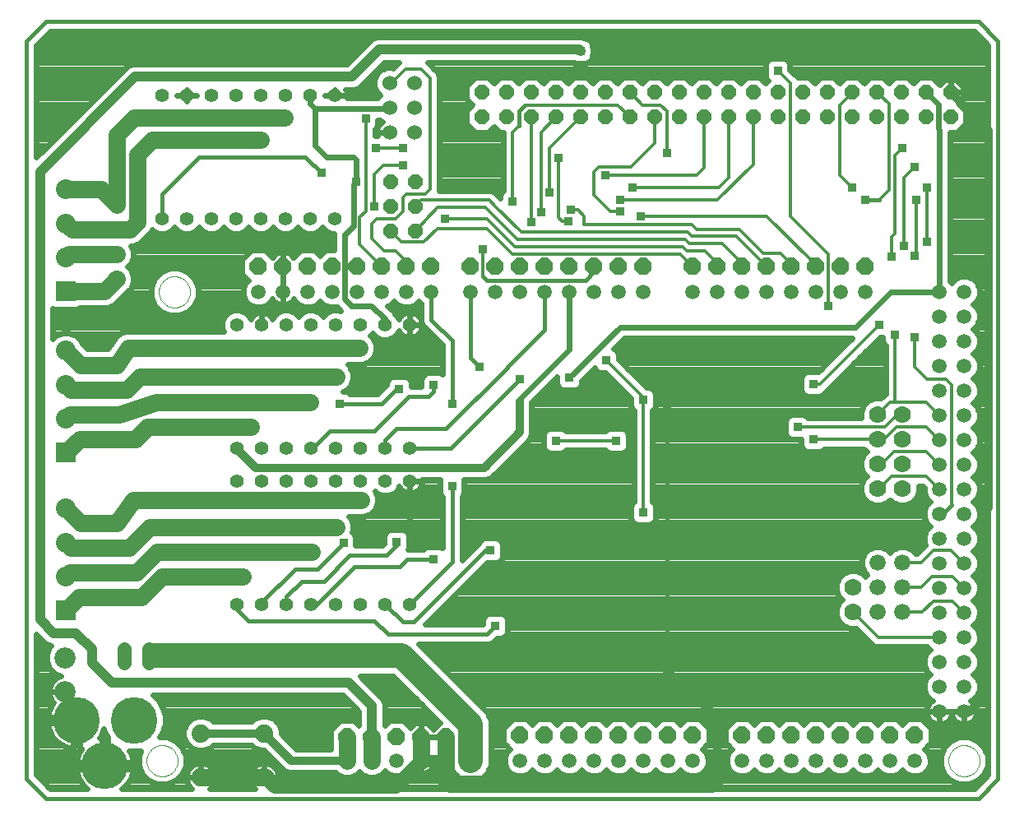
<source format=gbl>
G75*
G70*
%OFA0B0*%
%FSLAX24Y24*%
%IPPOS*%
%LPD*%
%AMOC8*
5,1,8,0,0,1.08239X$1,22.5*
%
%ADD10C,0.0160*%
%ADD11C,0.0594*%
%ADD12C,0.0000*%
%ADD13C,0.0700*%
%ADD14C,0.0554*%
%ADD15C,0.0600*%
%ADD16C,0.1890*%
%ADD17C,0.0560*%
%ADD18R,0.0800X0.0800*%
%ADD19C,0.0800*%
%ADD20C,0.0860*%
%ADD21C,0.0740*%
%ADD22OC8,0.0700*%
%ADD23C,0.0660*%
%ADD24OC8,0.0600*%
%ADD25C,0.0700*%
%ADD26C,0.0500*%
%ADD27C,0.0320*%
%ADD28R,0.0356X0.0356*%
%ADD29C,0.0240*%
%ADD30C,0.0120*%
%ADD31C,0.0400*%
%ADD32C,0.1000*%
D10*
X002220Y002007D02*
X003007Y001220D01*
X040803Y001220D01*
X041590Y002007D01*
X041590Y031929D01*
X040803Y032716D01*
X003007Y032716D01*
X002220Y031929D01*
X002220Y002007D01*
X010767Y008873D02*
X011220Y008420D01*
X016320Y008420D01*
X016870Y007870D01*
X020870Y007870D01*
X021220Y008220D01*
X020820Y011270D02*
X017920Y008370D01*
X017495Y008370D01*
X016767Y009098D01*
X017767Y009098D02*
X019470Y010801D01*
X019470Y013870D01*
X019417Y015417D02*
X017748Y015417D01*
X017220Y016220D02*
X016748Y015748D01*
X016748Y015417D01*
X016320Y016120D02*
X017720Y017520D01*
X018520Y017520D01*
X018720Y017720D01*
X018720Y017970D01*
X019470Y017220D02*
X019470Y019770D01*
X018620Y020620D01*
X018620Y021751D01*
X020220Y021751D02*
X020220Y019070D01*
X020570Y018720D01*
X021720Y018720D02*
X023220Y020220D01*
X023220Y021751D01*
X024870Y022220D02*
X020870Y022220D01*
X020720Y022370D01*
X021720Y018720D02*
X021720Y018670D01*
X019220Y016220D01*
X017220Y016220D01*
X016320Y016120D02*
X014520Y016120D01*
X013817Y015417D01*
X013748Y015417D01*
X014920Y017220D02*
X016626Y017220D01*
X017226Y017820D01*
X017320Y017820D01*
X019417Y015417D02*
X022220Y018220D01*
X024870Y022220D02*
X025220Y022570D01*
X025220Y022770D01*
X022170Y028470D02*
X022170Y029070D01*
X022420Y029320D01*
X027670Y028827D02*
X027677Y028834D01*
X029670Y028827D02*
X029677Y028834D01*
X030670Y028827D02*
X030677Y028834D01*
X031670Y028827D02*
X031677Y028834D01*
X035677Y029827D02*
X035677Y029834D01*
X036220Y025470D02*
X036770Y025470D01*
X034220Y023070D02*
X033970Y023070D01*
X034220Y023070D02*
X034220Y022770D01*
X028170Y016970D02*
X028170Y006370D01*
X021020Y011270D02*
X020820Y011270D01*
X018720Y010920D02*
X017664Y010920D01*
X017364Y010620D01*
X015520Y010620D01*
X013998Y009098D01*
X013767Y009098D01*
X012767Y009098D02*
X012767Y009417D01*
X013370Y010020D01*
X014270Y010020D01*
X015320Y011070D01*
X016814Y011070D01*
X017220Y011476D01*
X017220Y011620D01*
X015070Y011570D02*
X014020Y010520D01*
X013120Y010520D01*
X011767Y009167D01*
X011767Y009098D01*
X010767Y009098D02*
X010767Y008873D01*
X007720Y024720D02*
X007720Y025720D01*
X009220Y027220D01*
X013520Y027220D01*
X014170Y026570D01*
X015470Y027220D02*
X015570Y027120D01*
X036720Y014770D02*
X036870Y014770D01*
X036770Y013770D02*
X036720Y013770D01*
X039220Y012751D02*
X039351Y012751D01*
X039720Y013120D01*
D11*
X039220Y012751D03*
X040220Y012751D03*
X040220Y013751D03*
X039220Y013751D03*
X039220Y014751D03*
X040220Y014751D03*
X040220Y015751D03*
X039220Y015751D03*
X039220Y016751D03*
X040220Y016751D03*
X040220Y017751D03*
X039220Y017751D03*
X039220Y018751D03*
X040220Y018751D03*
X040220Y019751D03*
X039220Y019751D03*
X039220Y020751D03*
X040220Y020751D03*
X040220Y021751D03*
X039220Y021751D03*
X036220Y021751D03*
X035220Y021751D03*
X034220Y021751D03*
X033220Y021751D03*
X032220Y021751D03*
X031220Y021751D03*
X030220Y021751D03*
X029220Y021751D03*
X027220Y021751D03*
X026220Y021751D03*
X025220Y021751D03*
X024220Y021751D03*
X023220Y021751D03*
X022220Y021751D03*
X021220Y021751D03*
X020220Y021751D03*
X018620Y021751D03*
X017620Y021751D03*
X016620Y021751D03*
X015620Y021751D03*
X014620Y021751D03*
X013620Y021751D03*
X012620Y021751D03*
X011620Y021751D03*
X015220Y002751D03*
X016220Y002751D03*
X017220Y002751D03*
X018220Y002751D03*
X019220Y002751D03*
X020220Y002751D03*
X022220Y002751D03*
X023220Y002751D03*
X024220Y002751D03*
X025220Y002751D03*
X026220Y002751D03*
X027220Y002751D03*
X028220Y002751D03*
X029220Y002751D03*
X031220Y002751D03*
X032220Y002751D03*
X033220Y002751D03*
X034220Y002751D03*
X035220Y002751D03*
X036220Y002751D03*
X037220Y002751D03*
X038220Y002751D03*
X039220Y004751D03*
X040220Y004751D03*
X040220Y005751D03*
X039220Y005751D03*
X039220Y006751D03*
X040220Y006751D03*
X040220Y007751D03*
X039220Y007751D03*
X039220Y008751D03*
X040220Y008751D03*
X040220Y009751D03*
X039220Y009751D03*
X039220Y010751D03*
X040220Y010751D03*
X040220Y011751D03*
X039220Y011751D03*
D12*
X039590Y002751D02*
X039592Y002801D01*
X039598Y002851D01*
X039608Y002900D01*
X039622Y002948D01*
X039639Y002995D01*
X039660Y003040D01*
X039685Y003084D01*
X039713Y003125D01*
X039745Y003164D01*
X039779Y003201D01*
X039816Y003235D01*
X039856Y003265D01*
X039898Y003292D01*
X039942Y003316D01*
X039988Y003337D01*
X040035Y003353D01*
X040083Y003366D01*
X040133Y003375D01*
X040182Y003380D01*
X040233Y003381D01*
X040283Y003378D01*
X040332Y003371D01*
X040381Y003360D01*
X040429Y003345D01*
X040475Y003327D01*
X040520Y003305D01*
X040563Y003279D01*
X040604Y003250D01*
X040643Y003218D01*
X040679Y003183D01*
X040711Y003145D01*
X040741Y003105D01*
X040768Y003062D01*
X040791Y003018D01*
X040810Y002972D01*
X040826Y002924D01*
X040838Y002875D01*
X040846Y002826D01*
X040850Y002776D01*
X040850Y002726D01*
X040846Y002676D01*
X040838Y002627D01*
X040826Y002578D01*
X040810Y002530D01*
X040791Y002484D01*
X040768Y002440D01*
X040741Y002397D01*
X040711Y002357D01*
X040679Y002319D01*
X040643Y002284D01*
X040604Y002252D01*
X040563Y002223D01*
X040520Y002197D01*
X040475Y002175D01*
X040429Y002157D01*
X040381Y002142D01*
X040332Y002131D01*
X040283Y002124D01*
X040233Y002121D01*
X040182Y002122D01*
X040133Y002127D01*
X040083Y002136D01*
X040035Y002149D01*
X039988Y002165D01*
X039942Y002186D01*
X039898Y002210D01*
X039856Y002237D01*
X039816Y002267D01*
X039779Y002301D01*
X039745Y002338D01*
X039713Y002377D01*
X039685Y002418D01*
X039660Y002462D01*
X039639Y002507D01*
X039622Y002554D01*
X039608Y002602D01*
X039598Y002651D01*
X039592Y002701D01*
X039590Y002751D01*
X007590Y021751D02*
X007592Y021801D01*
X007598Y021851D01*
X007608Y021900D01*
X007622Y021948D01*
X007639Y021995D01*
X007660Y022040D01*
X007685Y022084D01*
X007713Y022125D01*
X007745Y022164D01*
X007779Y022201D01*
X007816Y022235D01*
X007856Y022265D01*
X007898Y022292D01*
X007942Y022316D01*
X007988Y022337D01*
X008035Y022353D01*
X008083Y022366D01*
X008133Y022375D01*
X008182Y022380D01*
X008233Y022381D01*
X008283Y022378D01*
X008332Y022371D01*
X008381Y022360D01*
X008429Y022345D01*
X008475Y022327D01*
X008520Y022305D01*
X008563Y022279D01*
X008604Y022250D01*
X008643Y022218D01*
X008679Y022183D01*
X008711Y022145D01*
X008741Y022105D01*
X008768Y022062D01*
X008791Y022018D01*
X008810Y021972D01*
X008826Y021924D01*
X008838Y021875D01*
X008846Y021826D01*
X008850Y021776D01*
X008850Y021726D01*
X008846Y021676D01*
X008838Y021627D01*
X008826Y021578D01*
X008810Y021530D01*
X008791Y021484D01*
X008768Y021440D01*
X008741Y021397D01*
X008711Y021357D01*
X008679Y021319D01*
X008643Y021284D01*
X008604Y021252D01*
X008563Y021223D01*
X008520Y021197D01*
X008475Y021175D01*
X008429Y021157D01*
X008381Y021142D01*
X008332Y021131D01*
X008283Y021124D01*
X008233Y021121D01*
X008182Y021122D01*
X008133Y021127D01*
X008083Y021136D01*
X008035Y021149D01*
X007988Y021165D01*
X007942Y021186D01*
X007898Y021210D01*
X007856Y021237D01*
X007816Y021267D01*
X007779Y021301D01*
X007745Y021338D01*
X007713Y021377D01*
X007685Y021418D01*
X007660Y021462D01*
X007639Y021507D01*
X007622Y021554D01*
X007608Y021602D01*
X007598Y021651D01*
X007592Y021701D01*
X007590Y021751D01*
X007090Y002751D02*
X007092Y002801D01*
X007098Y002851D01*
X007108Y002900D01*
X007122Y002948D01*
X007139Y002995D01*
X007160Y003040D01*
X007185Y003084D01*
X007213Y003125D01*
X007245Y003164D01*
X007279Y003201D01*
X007316Y003235D01*
X007356Y003265D01*
X007398Y003292D01*
X007442Y003316D01*
X007488Y003337D01*
X007535Y003353D01*
X007583Y003366D01*
X007633Y003375D01*
X007682Y003380D01*
X007733Y003381D01*
X007783Y003378D01*
X007832Y003371D01*
X007881Y003360D01*
X007929Y003345D01*
X007975Y003327D01*
X008020Y003305D01*
X008063Y003279D01*
X008104Y003250D01*
X008143Y003218D01*
X008179Y003183D01*
X008211Y003145D01*
X008241Y003105D01*
X008268Y003062D01*
X008291Y003018D01*
X008310Y002972D01*
X008326Y002924D01*
X008338Y002875D01*
X008346Y002826D01*
X008350Y002776D01*
X008350Y002726D01*
X008346Y002676D01*
X008338Y002627D01*
X008326Y002578D01*
X008310Y002530D01*
X008291Y002484D01*
X008268Y002440D01*
X008241Y002397D01*
X008211Y002357D01*
X008179Y002319D01*
X008143Y002284D01*
X008104Y002252D01*
X008063Y002223D01*
X008020Y002197D01*
X007975Y002175D01*
X007929Y002157D01*
X007881Y002142D01*
X007832Y002131D01*
X007783Y002124D01*
X007733Y002121D01*
X007682Y002122D01*
X007633Y002127D01*
X007583Y002136D01*
X007535Y002149D01*
X007488Y002165D01*
X007442Y002186D01*
X007398Y002210D01*
X007356Y002237D01*
X007316Y002267D01*
X007279Y002301D01*
X007245Y002338D01*
X007213Y002377D01*
X007185Y002418D01*
X007160Y002462D01*
X007139Y002507D01*
X007122Y002554D01*
X007108Y002602D01*
X007098Y002651D01*
X007092Y002701D01*
X007090Y002751D01*
D13*
X005870Y009389D03*
X005870Y010389D03*
X005870Y011389D03*
X005870Y012389D03*
X005870Y015786D03*
X005870Y016786D03*
X005870Y017786D03*
X005870Y018786D03*
X005870Y022270D03*
X005870Y023270D03*
X005870Y024270D03*
X005870Y025270D03*
X035720Y009770D03*
X035720Y008770D03*
X036720Y013770D03*
X037720Y013770D03*
X037720Y014770D03*
X036720Y014770D03*
X036720Y015770D03*
X037720Y015770D03*
X037720Y016770D03*
X036720Y016770D03*
D14*
X017748Y015417D03*
X016748Y015417D03*
X015748Y015417D03*
X014748Y015417D03*
X013748Y015417D03*
X012748Y015417D03*
X011748Y015417D03*
X010748Y015417D03*
X010767Y014098D03*
X011767Y014098D03*
X012767Y014098D03*
X013767Y014098D03*
X014767Y014098D03*
X015767Y014098D03*
X016767Y014098D03*
X017767Y014098D03*
X017767Y009098D03*
X016767Y009098D03*
X015767Y009098D03*
X014767Y009098D03*
X013767Y009098D03*
X012767Y009098D03*
X011767Y009098D03*
X010767Y009098D03*
X010748Y020417D03*
X011748Y020417D03*
X012748Y020417D03*
X013748Y020417D03*
X014748Y020417D03*
X015748Y020417D03*
X016748Y020417D03*
X017748Y020417D03*
X014720Y024720D03*
X013720Y024720D03*
X012720Y024720D03*
X011720Y024720D03*
X010720Y024720D03*
X009720Y024720D03*
X008720Y024720D03*
X007720Y024720D03*
X007720Y029720D03*
X008720Y029720D03*
X009720Y029720D03*
X010720Y029720D03*
X011720Y029720D03*
X012720Y029720D03*
X013720Y029720D03*
X014720Y029720D03*
D15*
X016936Y030217D03*
X017936Y030217D03*
X017936Y029217D03*
X017936Y028217D03*
X016936Y028217D03*
X016936Y029217D03*
D16*
X006574Y004397D03*
X005393Y002547D03*
X004251Y004397D03*
D17*
X006191Y006730D02*
X006191Y007290D01*
X007191Y007290D02*
X007191Y006730D01*
X011910Y002080D02*
X012270Y001720D01*
X017189Y001720D01*
X018220Y002751D01*
D18*
X003820Y008842D03*
X003820Y015236D03*
X003820Y021770D03*
D19*
X003820Y023148D03*
X003820Y024526D03*
X003820Y025904D03*
X003820Y019370D03*
X003820Y017992D03*
X003820Y016614D03*
X003820Y012976D03*
X003820Y011598D03*
X003820Y010220D03*
D20*
X003789Y006928D03*
X003789Y005550D03*
D21*
X009290Y003860D03*
X009290Y002080D03*
X011850Y002080D03*
X011850Y003860D03*
D22*
X015220Y003720D03*
X016220Y003720D03*
X017220Y003720D03*
X018220Y003720D03*
X019220Y003720D03*
X020220Y003720D03*
X022220Y003770D03*
X023220Y003770D03*
X024220Y003770D03*
X025220Y003770D03*
X026220Y003770D03*
X027220Y003770D03*
X028220Y003770D03*
X029220Y003770D03*
X031220Y003770D03*
X032220Y003770D03*
X033220Y003770D03*
X034220Y003770D03*
X035220Y003770D03*
X036220Y003770D03*
X037220Y003770D03*
X038220Y003770D03*
X036220Y022770D03*
X035220Y022770D03*
X034220Y022770D03*
X033220Y022770D03*
X032220Y022770D03*
X031220Y022770D03*
X030220Y022770D03*
X029220Y022770D03*
X027220Y022770D03*
X026220Y022770D03*
X025220Y022770D03*
X024220Y022770D03*
X023220Y022770D03*
X022220Y022770D03*
X021220Y022770D03*
X020220Y022770D03*
X018620Y022770D03*
X017620Y022770D03*
X016620Y022770D03*
X015620Y022770D03*
X014620Y022770D03*
X013620Y022770D03*
X012620Y022770D03*
X011620Y022770D03*
D23*
X036720Y010770D03*
X037720Y010770D03*
X037720Y009770D03*
X036720Y009770D03*
X036720Y008770D03*
X037720Y008770D03*
D24*
X017970Y024220D03*
X016970Y024220D03*
X016970Y025220D03*
X017970Y025220D03*
X017970Y026220D03*
X016970Y026220D03*
X020677Y028834D03*
X021677Y028834D03*
X022677Y028834D03*
X023677Y028834D03*
X024677Y028834D03*
X025677Y028834D03*
X026677Y028834D03*
X027677Y028834D03*
X028677Y028834D03*
X029677Y028834D03*
X030677Y028834D03*
X031677Y028834D03*
X032677Y028834D03*
X033677Y028834D03*
X034677Y028834D03*
X035677Y028834D03*
X036677Y028834D03*
X037677Y028834D03*
X038677Y028834D03*
X039677Y028834D03*
X039677Y029834D03*
X038677Y029834D03*
X037677Y029834D03*
X036677Y029834D03*
X035677Y029834D03*
X034677Y029834D03*
X033677Y029834D03*
X032677Y029834D03*
X031677Y029834D03*
X030677Y029834D03*
X029677Y029834D03*
X028677Y029834D03*
X027677Y029834D03*
X026677Y029834D03*
X025677Y029834D03*
X024677Y029834D03*
X023677Y029834D03*
X022677Y029834D03*
X021677Y029834D03*
X020677Y029834D03*
D25*
X012670Y028820D02*
X006570Y028820D01*
X005870Y028120D01*
X005870Y025270D01*
X005236Y025904D01*
X003820Y025904D01*
X003820Y024526D02*
X004076Y024270D01*
X005870Y024270D01*
X006420Y024270D01*
X006720Y024570D01*
X006720Y027320D01*
X007320Y027920D01*
X011720Y027920D01*
X005870Y023270D02*
X003942Y023270D01*
X003820Y023148D01*
X003820Y021770D02*
X005370Y021770D01*
X005870Y022270D01*
X006354Y019470D02*
X005870Y018786D01*
X004404Y018786D01*
X003820Y019370D01*
X003820Y017992D02*
X004026Y017786D01*
X005870Y017786D01*
X006286Y017786D01*
X006820Y018320D01*
X014770Y018320D01*
X013720Y017270D02*
X007470Y017270D01*
X005986Y016786D01*
X005870Y016786D01*
X003992Y016786D01*
X003820Y016614D01*
X004370Y015786D02*
X003820Y015236D01*
X004370Y015786D02*
X005870Y015786D01*
X006636Y015786D01*
X007120Y016270D01*
X011320Y016270D01*
X015770Y013320D02*
X006551Y013320D01*
X005870Y012389D01*
X004407Y012389D01*
X003820Y012976D01*
X003820Y011598D02*
X004029Y011389D01*
X005870Y011389D01*
X006389Y011389D01*
X007220Y012220D01*
X014770Y012220D01*
X013770Y011220D02*
X007520Y011220D01*
X006689Y010389D01*
X005870Y010389D01*
X003989Y010389D01*
X003820Y010220D01*
X004367Y009389D02*
X003820Y008842D01*
X004367Y009389D02*
X005870Y009389D01*
X006889Y009389D01*
X007720Y010220D01*
X010970Y010220D01*
X015220Y003720D02*
X015220Y002751D01*
X016220Y002751D02*
X016220Y003720D01*
X018220Y003720D02*
X018220Y002751D01*
X019220Y002751D02*
X019220Y003720D01*
X019220Y002751D02*
X019220Y001970D01*
X019370Y001820D01*
X029970Y001820D01*
X030220Y002070D01*
X030220Y002720D01*
X011910Y002080D02*
X011850Y002080D01*
X009290Y002080D01*
X006354Y019470D02*
X015720Y019470D01*
D26*
X007420Y007020D02*
X007201Y007020D01*
X007191Y007010D01*
X018220Y002751D02*
X019220Y002751D01*
D27*
X015220Y002751D02*
X012959Y002751D01*
X011850Y003860D01*
X009290Y003860D01*
X011520Y014620D02*
X020770Y014620D01*
X022220Y016070D01*
X022220Y017320D01*
X011520Y014620D02*
X010748Y015392D01*
X010748Y015417D01*
X028170Y006370D02*
X030220Y004520D01*
X030220Y004220D01*
X030220Y002720D01*
X040220Y004720D02*
X040420Y004720D01*
X041020Y005320D01*
X041020Y012820D01*
X041220Y013020D01*
X041220Y028291D01*
X039677Y029834D01*
D28*
X037720Y027570D03*
X038220Y026820D03*
X038720Y025970D03*
X038270Y025470D03*
X038720Y023770D03*
X038220Y023220D03*
X037770Y023620D03*
X037270Y023170D03*
X036220Y025470D03*
X035670Y025970D03*
X034720Y021170D03*
X036770Y020420D03*
X037420Y020020D03*
X038220Y019920D03*
X034120Y018020D03*
X033470Y016270D03*
X034120Y015770D03*
X028170Y016970D03*
X027220Y017370D03*
X026120Y015720D03*
X023670Y015720D03*
X022220Y018220D03*
X020570Y018720D03*
X019470Y017220D03*
X018720Y017970D03*
X017320Y017820D03*
X015720Y019470D03*
X014770Y018320D03*
X014920Y017220D03*
X013720Y017270D03*
X011320Y016270D03*
X015770Y013320D03*
X014770Y012220D03*
X015070Y011570D03*
X013770Y011220D03*
X010970Y010220D03*
X017220Y011620D03*
X018120Y011420D03*
X018720Y010920D03*
X021020Y011270D03*
X019470Y013870D03*
X024220Y018270D03*
X025720Y018970D03*
X020720Y023470D03*
X019170Y024720D03*
X021920Y025420D03*
X022670Y024570D03*
X023070Y024970D03*
X023420Y025770D03*
X024270Y025070D03*
X024170Y024620D03*
X026270Y025020D03*
X026270Y025470D03*
X026770Y025970D03*
X025670Y026470D03*
X027120Y024820D03*
X028170Y027370D03*
X023770Y027170D03*
X024670Y031520D03*
X017470Y027570D03*
X017470Y026870D03*
X016370Y027570D03*
X015970Y028770D03*
X014170Y026570D03*
X015570Y026220D03*
X016320Y025220D03*
X012670Y028820D03*
X011720Y027920D03*
X027220Y012820D03*
X021220Y008220D03*
X030220Y004220D03*
X030220Y002720D03*
X032670Y030720D03*
D29*
X033168Y030759D02*
X033385Y030542D01*
X033473Y030454D01*
X033934Y030454D01*
X034177Y030211D01*
X034420Y030454D01*
X034934Y030454D01*
X035177Y030211D01*
X035420Y030454D01*
X035934Y030454D01*
X036177Y030211D01*
X036420Y030454D01*
X036934Y030454D01*
X037177Y030211D01*
X037420Y030454D01*
X037934Y030454D01*
X038177Y030211D01*
X038420Y030454D01*
X038934Y030454D01*
X039247Y030140D01*
X039461Y030354D01*
X039677Y030354D01*
X039677Y029834D01*
X039677Y029834D01*
X040197Y029834D01*
X040197Y029619D01*
X039983Y029405D01*
X040297Y029091D01*
X040297Y028577D01*
X039934Y028214D01*
X039660Y028214D01*
X039660Y022184D01*
X039720Y022124D01*
X039871Y022274D01*
X040097Y022368D01*
X040343Y022368D01*
X040569Y022274D01*
X040743Y022101D01*
X040837Y021874D01*
X040837Y021629D01*
X040743Y021402D01*
X040592Y021251D01*
X040743Y021101D01*
X040837Y020874D01*
X040837Y020629D01*
X040743Y020402D01*
X040592Y020251D01*
X040743Y020101D01*
X040837Y019874D01*
X040837Y019629D01*
X040743Y019402D01*
X040592Y019251D01*
X040743Y019101D01*
X040837Y018874D01*
X040837Y018629D01*
X040743Y018402D01*
X040592Y018251D01*
X040743Y018101D01*
X040837Y017874D01*
X040837Y017629D01*
X040743Y017402D01*
X040592Y017251D01*
X040743Y017101D01*
X040837Y016874D01*
X040837Y016629D01*
X040743Y016402D01*
X040592Y016251D01*
X040743Y016101D01*
X040837Y015874D01*
X040837Y015629D01*
X040743Y015402D01*
X040592Y015251D01*
X040743Y015101D01*
X040837Y014874D01*
X040837Y014629D01*
X040743Y014402D01*
X040592Y014251D01*
X040743Y014101D01*
X040837Y013874D01*
X040837Y013629D01*
X040743Y013402D01*
X040592Y013251D01*
X040743Y013101D01*
X040837Y012874D01*
X040837Y012629D01*
X040743Y012402D01*
X040592Y012251D01*
X040743Y012101D01*
X040837Y011874D01*
X040837Y011629D01*
X040743Y011402D01*
X040592Y011251D01*
X040743Y011101D01*
X040837Y010874D01*
X040837Y010629D01*
X040743Y010402D01*
X040592Y010251D01*
X040743Y010101D01*
X040837Y009874D01*
X040837Y009629D01*
X040743Y009402D01*
X040592Y009251D01*
X040743Y009101D01*
X040837Y008874D01*
X040837Y008629D01*
X040743Y008402D01*
X040592Y008251D01*
X040743Y008101D01*
X040837Y007874D01*
X040837Y007629D01*
X040743Y007402D01*
X040592Y007251D01*
X040743Y007101D01*
X040837Y006874D01*
X040837Y006629D01*
X040743Y006402D01*
X040592Y006251D01*
X040743Y006101D01*
X040837Y005874D01*
X040837Y005629D01*
X040743Y005402D01*
X040569Y005229D01*
X040488Y005195D01*
X040491Y005194D01*
X040557Y005146D01*
X040614Y005088D01*
X040662Y005022D01*
X040699Y004950D01*
X040724Y004873D01*
X040737Y004792D01*
X040737Y004752D01*
X040220Y004752D01*
X040220Y004751D01*
X040220Y004235D01*
X040261Y004235D01*
X040341Y004247D01*
X040418Y004273D01*
X040491Y004309D01*
X040557Y004357D01*
X040614Y004415D01*
X040662Y004481D01*
X040699Y004553D01*
X040724Y004630D01*
X040737Y004711D01*
X040737Y004751D01*
X040220Y004751D01*
X040220Y004751D01*
X040220Y004235D01*
X040179Y004235D01*
X040099Y004247D01*
X040022Y004273D01*
X039949Y004309D01*
X039883Y004357D01*
X039826Y004415D01*
X039778Y004481D01*
X039741Y004553D01*
X039720Y004618D01*
X039699Y004553D01*
X039662Y004481D01*
X039614Y004415D01*
X039557Y004357D01*
X039491Y004309D01*
X039418Y004273D01*
X039341Y004247D01*
X039261Y004235D01*
X039220Y004235D01*
X039220Y004751D01*
X039220Y004751D01*
X039220Y004235D01*
X039179Y004235D01*
X039099Y004247D01*
X039022Y004273D01*
X038949Y004309D01*
X038883Y004357D01*
X038826Y004415D01*
X038778Y004481D01*
X038741Y004553D01*
X038716Y004630D01*
X038703Y004711D01*
X038703Y004751D01*
X039220Y004751D01*
X039220Y004752D01*
X038703Y004752D01*
X038703Y004792D01*
X038716Y004873D01*
X038741Y004950D01*
X038778Y005022D01*
X038826Y005088D01*
X038883Y005146D01*
X038949Y005194D01*
X038952Y005195D01*
X038871Y005229D01*
X038697Y005402D01*
X038603Y005629D01*
X038603Y005874D01*
X038697Y006101D01*
X038848Y006251D01*
X038697Y006402D01*
X038603Y006629D01*
X038603Y006874D01*
X038697Y007101D01*
X038848Y007251D01*
X038728Y007371D01*
X036663Y007371D01*
X036523Y007429D01*
X035853Y008100D01*
X035587Y008100D01*
X035340Y008202D01*
X035152Y008390D01*
X035050Y008637D01*
X035050Y008903D01*
X035152Y009150D01*
X035272Y009270D01*
X035152Y009390D01*
X035050Y009637D01*
X035050Y009903D01*
X035152Y010150D01*
X035340Y010338D01*
X035587Y010440D01*
X035853Y010440D01*
X036100Y010338D01*
X036234Y010203D01*
X036301Y010270D01*
X036169Y010402D01*
X036070Y010641D01*
X036070Y010899D01*
X036169Y011138D01*
X036352Y011321D01*
X036591Y011420D01*
X036849Y011420D01*
X037088Y011321D01*
X037220Y011189D01*
X037352Y011321D01*
X037591Y011420D01*
X037849Y011420D01*
X038088Y011321D01*
X038259Y011150D01*
X038313Y011150D01*
X038648Y011485D01*
X038658Y011496D01*
X038603Y011629D01*
X038603Y011874D01*
X038697Y012101D01*
X038848Y012251D01*
X038697Y012402D01*
X038603Y012629D01*
X038603Y012874D01*
X038697Y013101D01*
X038848Y013251D01*
X038697Y013402D01*
X038603Y013629D01*
X038603Y013831D01*
X038544Y013890D01*
X038390Y013890D01*
X038390Y013637D01*
X038288Y013390D01*
X038100Y013202D01*
X037853Y013100D01*
X037587Y013100D01*
X037340Y013202D01*
X037220Y013322D01*
X037100Y013202D01*
X036853Y013100D01*
X036587Y013100D01*
X036340Y013202D01*
X036152Y013390D01*
X036050Y013637D01*
X036050Y013903D01*
X036152Y014150D01*
X036272Y014270D01*
X036152Y014390D01*
X036050Y014637D01*
X036050Y014903D01*
X036152Y015150D01*
X036272Y015270D01*
X036152Y015390D01*
X034549Y015390D01*
X034479Y015321D01*
X034362Y015272D01*
X033878Y015272D01*
X033761Y015321D01*
X033671Y015411D01*
X033622Y015528D01*
X033622Y015772D01*
X033228Y015772D01*
X033111Y015821D01*
X033021Y015911D01*
X032972Y016028D01*
X032972Y016512D01*
X033021Y016629D01*
X033111Y016719D01*
X033228Y016768D01*
X033712Y016768D01*
X033829Y016719D01*
X033899Y016650D01*
X036050Y016650D01*
X036050Y016903D01*
X036152Y017150D01*
X036340Y017338D01*
X036587Y017440D01*
X036853Y017440D01*
X036898Y017485D01*
X037005Y017592D01*
X037040Y017607D01*
X037040Y019591D01*
X036971Y019661D01*
X036922Y019778D01*
X036922Y019922D01*
X036809Y019922D01*
X034585Y017698D01*
X034585Y017698D01*
X034569Y017661D01*
X034479Y017571D01*
X034362Y017522D01*
X033878Y017522D01*
X033761Y017571D01*
X033671Y017661D01*
X033622Y017778D01*
X033622Y018262D01*
X033671Y018379D01*
X033761Y018469D01*
X033878Y018518D01*
X034331Y018518D01*
X035693Y019880D01*
X026452Y019880D01*
X026017Y019445D01*
X026079Y019419D01*
X026169Y019329D01*
X026218Y019212D01*
X026218Y019009D01*
X027359Y017868D01*
X027462Y017868D01*
X027579Y017819D01*
X027669Y017729D01*
X027718Y017612D01*
X027718Y017128D01*
X027669Y017011D01*
X027600Y016941D01*
X027600Y013249D01*
X027669Y013179D01*
X027718Y013062D01*
X027718Y012578D01*
X027669Y012461D01*
X027579Y012371D01*
X027462Y012322D01*
X026978Y012322D01*
X026861Y012371D01*
X026771Y012461D01*
X026722Y012578D01*
X026722Y013062D01*
X026771Y013179D01*
X026840Y013249D01*
X026840Y016941D01*
X026771Y017011D01*
X026722Y017128D01*
X026722Y017431D01*
X025681Y018472D01*
X025478Y018472D01*
X025361Y018521D01*
X025271Y018611D01*
X025245Y018673D01*
X024718Y018146D01*
X024718Y018028D01*
X024669Y017911D01*
X024579Y017821D01*
X024462Y017772D01*
X023978Y017772D01*
X023861Y017821D01*
X023771Y017911D01*
X023722Y018028D01*
X023722Y018300D01*
X022700Y017278D01*
X022700Y015975D01*
X022627Y015798D01*
X022492Y015663D01*
X021042Y014213D01*
X020865Y014140D01*
X019956Y014140D01*
X019968Y014112D01*
X019968Y013628D01*
X019919Y013511D01*
X019870Y013461D01*
X019870Y010886D01*
X020540Y011556D01*
X020571Y011629D01*
X020661Y011719D01*
X020778Y011768D01*
X021262Y011768D01*
X021379Y011719D01*
X021469Y011629D01*
X021518Y011512D01*
X021518Y011028D01*
X021469Y010911D01*
X021379Y010821D01*
X021262Y010772D01*
X020888Y010772D01*
X018386Y008270D01*
X020704Y008270D01*
X020722Y008288D01*
X020722Y008462D01*
X020771Y008579D01*
X020861Y008669D01*
X020978Y008718D01*
X021462Y008718D01*
X021579Y008669D01*
X021669Y008579D01*
X021718Y008462D01*
X021718Y007978D01*
X021669Y007861D01*
X021579Y007771D01*
X021462Y007722D01*
X021288Y007722D01*
X021097Y007531D01*
X020950Y007470D01*
X018130Y007470D01*
X020684Y004915D01*
X020915Y004684D01*
X021040Y004383D01*
X021040Y002588D01*
X020915Y002287D01*
X020684Y002056D01*
X020383Y001931D01*
X020057Y001931D01*
X019756Y002056D01*
X019525Y002287D01*
X019510Y002323D01*
X019491Y002309D01*
X019418Y002273D01*
X019341Y002247D01*
X019261Y002235D01*
X019220Y002235D01*
X019220Y002751D01*
X019220Y002751D01*
X019220Y002235D01*
X019179Y002235D01*
X019099Y002247D01*
X019022Y002273D01*
X018949Y002309D01*
X018883Y002357D01*
X018826Y002415D01*
X018778Y002481D01*
X018741Y002553D01*
X018720Y002618D01*
X018699Y002553D01*
X018662Y002481D01*
X018614Y002415D01*
X018557Y002357D01*
X018491Y002309D01*
X018418Y002273D01*
X018341Y002247D01*
X018261Y002235D01*
X018220Y002235D01*
X018220Y002751D01*
X018220Y002751D01*
X018220Y002235D01*
X018179Y002235D01*
X018099Y002247D01*
X018022Y002273D01*
X017949Y002309D01*
X017883Y002357D01*
X017826Y002415D01*
X017778Y002481D01*
X017777Y002483D01*
X017743Y002402D01*
X017569Y002229D01*
X017343Y002135D01*
X017097Y002135D01*
X016871Y002229D01*
X016758Y002342D01*
X016600Y002183D01*
X016353Y002081D01*
X016087Y002081D01*
X015840Y002183D01*
X015720Y002304D01*
X015600Y002183D01*
X015353Y002081D01*
X015087Y002081D01*
X014840Y002183D01*
X014752Y002271D01*
X012863Y002271D01*
X012687Y002345D01*
X011861Y003170D01*
X011713Y003170D01*
X011459Y003275D01*
X011354Y003380D01*
X009786Y003380D01*
X009681Y003275D01*
X009427Y003170D01*
X009153Y003170D01*
X008899Y003275D01*
X008705Y003469D01*
X008600Y003723D01*
X008600Y003997D01*
X008705Y004251D01*
X008899Y004445D01*
X009153Y004550D01*
X009427Y004550D01*
X009681Y004445D01*
X009786Y004340D01*
X011354Y004340D01*
X011459Y004445D01*
X011713Y004550D01*
X011987Y004550D01*
X012241Y004445D01*
X012435Y004251D01*
X012540Y003997D01*
X012540Y003849D01*
X013157Y003231D01*
X014550Y003231D01*
X014550Y003998D01*
X014942Y004390D01*
X015498Y004390D01*
X015700Y004188D01*
X015700Y004755D01*
X015055Y005400D01*
X007360Y005400D01*
X007586Y005174D01*
X007753Y004885D01*
X007839Y004564D01*
X007839Y004231D01*
X007753Y003909D01*
X007633Y003701D01*
X007909Y003701D01*
X008258Y003557D01*
X008525Y003290D01*
X008670Y002940D01*
X008670Y002563D01*
X008525Y002213D01*
X008258Y001946D01*
X007909Y001802D01*
X007531Y001802D01*
X007182Y001946D01*
X006915Y002213D01*
X006770Y002563D01*
X006770Y002940D01*
X006863Y003165D01*
X006741Y003132D01*
X006408Y003132D01*
X006400Y003134D01*
X006414Y003111D01*
X006471Y002993D01*
X006514Y002870D01*
X006543Y002742D01*
X006552Y002667D01*
X005513Y002667D01*
X005273Y002667D01*
X005273Y002427D01*
X004234Y002427D01*
X004243Y002351D01*
X004272Y002224D01*
X004315Y002100D01*
X004372Y001982D01*
X004442Y001872D01*
X004523Y001769D01*
X004616Y001677D01*
X004687Y001620D01*
X003173Y001620D01*
X002620Y002173D01*
X002620Y007885D01*
X003025Y007479D01*
X003205Y007405D01*
X003153Y007353D01*
X003039Y007077D01*
X003039Y006779D01*
X003153Y006503D01*
X003364Y006292D01*
X003633Y006181D01*
X003580Y006167D01*
X003501Y006135D01*
X003427Y006092D01*
X003360Y006040D01*
X003300Y005980D01*
X003248Y005912D01*
X003205Y005838D01*
X003172Y005760D01*
X003150Y005677D01*
X003139Y005593D01*
X003139Y005550D01*
X003139Y005508D01*
X003150Y005423D01*
X003172Y005341D01*
X003205Y005262D01*
X003248Y005188D01*
X003300Y005121D01*
X003321Y005099D01*
X003300Y005072D01*
X003230Y004962D01*
X003174Y004844D01*
X003130Y004720D01*
X003101Y004593D01*
X003093Y004517D01*
X004131Y004517D01*
X004131Y004277D01*
X003093Y004277D01*
X003101Y004202D01*
X003130Y004074D01*
X003174Y003951D01*
X003230Y003833D01*
X003300Y003722D01*
X003382Y003620D01*
X003474Y003527D01*
X003576Y003446D01*
X003687Y003376D01*
X003805Y003319D01*
X003929Y003276D01*
X004056Y003247D01*
X004131Y003238D01*
X004131Y004277D01*
X004371Y004277D01*
X004371Y003238D01*
X004447Y003247D01*
X004465Y003251D01*
X004442Y003222D01*
X004372Y003111D01*
X004315Y002993D01*
X004272Y002870D01*
X004243Y002742D01*
X004234Y002667D01*
X005273Y002667D01*
X005273Y003706D01*
X005198Y003697D01*
X005180Y003693D01*
X005203Y003722D01*
X005273Y003833D01*
X005329Y003951D01*
X005361Y004040D01*
X005396Y003909D01*
X005513Y003705D01*
X005513Y002667D01*
X005513Y002427D01*
X006552Y002427D01*
X006543Y002351D01*
X006514Y002224D01*
X006471Y002100D01*
X006414Y001982D01*
X006345Y001872D01*
X006263Y001769D01*
X006171Y001677D01*
X006099Y001620D01*
X008919Y001620D01*
X008906Y001630D01*
X008840Y001696D01*
X008785Y001771D01*
X008743Y001854D01*
X008715Y001942D01*
X008700Y002034D01*
X008700Y002080D01*
X009290Y002080D01*
X009290Y002080D01*
X009290Y002670D01*
X009336Y002670D01*
X009428Y002655D01*
X009516Y002627D01*
X009599Y002585D01*
X009674Y002530D01*
X009740Y002464D01*
X009795Y002389D01*
X009837Y002306D01*
X009865Y002218D01*
X009880Y002126D01*
X009880Y002080D01*
X009290Y002080D01*
X009290Y002080D01*
X009290Y002080D01*
X009290Y002670D01*
X009244Y002670D01*
X009152Y002655D01*
X009064Y002627D01*
X008981Y002585D01*
X008906Y002530D01*
X008840Y002464D01*
X008785Y002389D01*
X008743Y002306D01*
X008715Y002218D01*
X008700Y002126D01*
X008700Y002080D01*
X009290Y002080D01*
X009880Y002080D01*
X009880Y002034D01*
X009865Y001942D01*
X009837Y001854D01*
X009795Y001771D01*
X009740Y001696D01*
X009674Y001630D01*
X009661Y001620D01*
X011479Y001620D01*
X011466Y001630D01*
X011400Y001696D01*
X011345Y001771D01*
X011303Y001854D01*
X011275Y001942D01*
X011260Y002034D01*
X011260Y002080D01*
X011850Y002080D01*
X011850Y002080D01*
X011850Y002670D01*
X011896Y002670D01*
X011988Y002655D01*
X012076Y002627D01*
X012159Y002585D01*
X012234Y002530D01*
X012300Y002464D01*
X012355Y002389D01*
X012397Y002306D01*
X012425Y002218D01*
X012440Y002126D01*
X012440Y002080D01*
X011850Y002080D01*
X011850Y002080D01*
X011850Y002080D01*
X011850Y002670D01*
X011804Y002670D01*
X011712Y002655D01*
X011624Y002627D01*
X011541Y002585D01*
X011466Y002530D01*
X011400Y002464D01*
X011345Y002389D01*
X011303Y002306D01*
X011275Y002218D01*
X011260Y002126D01*
X011260Y002080D01*
X011850Y002080D01*
X012440Y002080D01*
X012440Y002034D01*
X012425Y001942D01*
X012397Y001854D01*
X012355Y001771D01*
X012300Y001696D01*
X012234Y001630D01*
X012221Y001620D01*
X040637Y001620D01*
X041190Y002173D01*
X041190Y031763D01*
X040637Y032316D01*
X003173Y032316D01*
X002620Y031763D01*
X002620Y027205D01*
X006179Y030765D01*
X006325Y030911D01*
X006517Y030990D01*
X015205Y030990D01*
X016079Y031865D01*
X016225Y032011D01*
X016417Y032090D01*
X024723Y032090D01*
X024897Y032018D01*
X024912Y032018D01*
X025029Y031969D01*
X025119Y031879D01*
X025168Y031762D01*
X025168Y031676D01*
X025190Y031623D01*
X025190Y031417D01*
X025168Y031364D01*
X025168Y031278D01*
X025119Y031161D01*
X025029Y031071D01*
X024912Y031022D01*
X024826Y031022D01*
X024773Y031000D01*
X024567Y031000D01*
X024514Y031022D01*
X024428Y031022D01*
X024360Y031050D01*
X018477Y031050D01*
X018785Y030742D01*
X018785Y030742D01*
X018892Y030635D01*
X018950Y030496D01*
X018950Y025850D01*
X021046Y025850D01*
X021185Y025792D01*
X021422Y025556D01*
X021422Y025662D01*
X021471Y025779D01*
X021540Y025849D01*
X021540Y028214D01*
X021420Y028214D01*
X021177Y028457D01*
X020934Y028214D01*
X020420Y028214D01*
X020057Y028577D01*
X020057Y029091D01*
X020300Y029334D01*
X020057Y029577D01*
X020057Y030091D01*
X020420Y030454D01*
X020934Y030454D01*
X021177Y030211D01*
X021420Y030454D01*
X021934Y030454D01*
X022177Y030211D01*
X022420Y030454D01*
X022934Y030454D01*
X023177Y030211D01*
X023420Y030454D01*
X023934Y030454D01*
X024177Y030211D01*
X024420Y030454D01*
X024934Y030454D01*
X025177Y030211D01*
X025420Y030454D01*
X025934Y030454D01*
X026177Y030211D01*
X026420Y030454D01*
X026934Y030454D01*
X027177Y030211D01*
X027420Y030454D01*
X027934Y030454D01*
X028177Y030211D01*
X028420Y030454D01*
X028934Y030454D01*
X029177Y030211D01*
X029420Y030454D01*
X029934Y030454D01*
X030177Y030211D01*
X030420Y030454D01*
X030934Y030454D01*
X031177Y030211D01*
X031420Y030454D01*
X031934Y030454D01*
X032177Y030211D01*
X032273Y030308D01*
X032221Y030361D01*
X032172Y030478D01*
X032172Y030962D01*
X032221Y031079D01*
X032311Y031169D01*
X032428Y031218D01*
X032912Y031218D01*
X033029Y031169D01*
X033119Y031079D01*
X033168Y030962D01*
X033168Y030759D01*
X033168Y030794D02*
X041190Y030794D01*
X041190Y030556D02*
X033372Y030556D01*
X033139Y031033D02*
X041190Y031033D01*
X041190Y031271D02*
X025165Y031271D01*
X025190Y031510D02*
X041190Y031510D01*
X041190Y031748D02*
X025168Y031748D01*
X024988Y031987D02*
X040967Y031987D01*
X040728Y032225D02*
X003082Y032225D01*
X002844Y031987D02*
X016201Y031987D01*
X015963Y031748D02*
X002620Y031748D01*
X002620Y031510D02*
X015724Y031510D01*
X015486Y031271D02*
X002620Y031271D01*
X002620Y031033D02*
X015247Y031033D01*
X016002Y030317D02*
X016316Y030317D01*
X016316Y030340D02*
X016316Y030093D01*
X016410Y029866D01*
X016559Y029717D01*
X016452Y029610D01*
X015206Y029610D01*
X015217Y029681D01*
X015217Y029720D01*
X015217Y029759D01*
X015205Y029836D01*
X015181Y029911D01*
X015161Y029950D01*
X015523Y029950D01*
X015715Y030029D01*
X015861Y030175D01*
X016735Y031050D01*
X017313Y031050D01*
X017088Y030825D01*
X017059Y030837D01*
X016813Y030837D01*
X016585Y030742D01*
X016410Y030568D01*
X016316Y030340D01*
X016241Y030556D02*
X016405Y030556D01*
X016479Y030794D02*
X016709Y030794D01*
X016718Y031033D02*
X017295Y031033D01*
X018495Y031033D02*
X024403Y031033D01*
X024937Y031033D02*
X032201Y031033D01*
X032172Y030794D02*
X018733Y030794D01*
X018925Y030556D02*
X032172Y030556D01*
X032264Y030317D02*
X032071Y030317D01*
X031283Y030317D02*
X031071Y030317D01*
X030283Y030317D02*
X030071Y030317D01*
X029283Y030317D02*
X029071Y030317D01*
X028283Y030317D02*
X028071Y030317D01*
X027283Y030317D02*
X027071Y030317D01*
X026283Y030317D02*
X026071Y030317D01*
X025283Y030317D02*
X025071Y030317D01*
X024283Y030317D02*
X024071Y030317D01*
X023283Y030317D02*
X023071Y030317D01*
X022283Y030317D02*
X022071Y030317D01*
X021283Y030317D02*
X021071Y030317D01*
X020283Y030317D02*
X018950Y030317D01*
X018950Y030079D02*
X020057Y030079D01*
X020057Y029840D02*
X018950Y029840D01*
X018950Y029602D02*
X020057Y029602D01*
X020271Y029363D02*
X018950Y029363D01*
X018950Y029125D02*
X020090Y029125D01*
X020057Y028886D02*
X018950Y028886D01*
X018950Y028648D02*
X020057Y028648D01*
X020225Y028409D02*
X018950Y028409D01*
X018950Y028171D02*
X021540Y028171D01*
X021540Y027932D02*
X018950Y027932D01*
X018950Y027694D02*
X021540Y027694D01*
X021540Y027455D02*
X018950Y027455D01*
X018950Y027217D02*
X021540Y027217D01*
X021540Y026978D02*
X018950Y026978D01*
X018950Y026740D02*
X021540Y026740D01*
X021540Y026501D02*
X018950Y026501D01*
X018950Y026263D02*
X021540Y026263D01*
X021540Y026024D02*
X018950Y026024D01*
X021192Y025786D02*
X021477Y025786D01*
X021225Y028409D02*
X021128Y028409D01*
X016936Y028217D02*
X016936Y028217D01*
X016416Y028217D01*
X016416Y028258D01*
X016429Y028339D01*
X016454Y028416D01*
X016491Y028489D01*
X016539Y028556D01*
X016597Y028613D01*
X016661Y028660D01*
X016585Y028691D01*
X016546Y028730D01*
X016468Y028730D01*
X016468Y028528D01*
X016419Y028411D01*
X016350Y028341D01*
X016350Y028068D01*
X016437Y028068D01*
X016429Y028095D01*
X016416Y028176D01*
X016416Y028217D01*
X016936Y028217D01*
X016452Y028409D02*
X016418Y028409D01*
X016417Y028171D02*
X016350Y028171D01*
X016468Y028648D02*
X016644Y028648D01*
X016889Y029170D02*
X013920Y029170D01*
X013920Y027670D01*
X014370Y027220D01*
X015470Y027220D01*
X015570Y027120D02*
X015570Y026220D01*
X015470Y026120D01*
X015470Y024420D01*
X015120Y024070D01*
X015120Y021470D01*
X015370Y021170D01*
X016170Y021170D01*
X016748Y020692D01*
X016748Y020417D01*
X017302Y020638D02*
X017254Y020755D01*
X017165Y020843D01*
X017146Y020880D01*
X017121Y020942D01*
X017105Y020957D01*
X017095Y020976D01*
X017044Y021018D01*
X016997Y021065D01*
X016977Y021074D01*
X016850Y021179D01*
X016969Y021229D01*
X017120Y021379D01*
X017271Y021229D01*
X017497Y021135D01*
X017743Y021135D01*
X017969Y021229D01*
X018120Y021379D01*
X018220Y021279D01*
X018220Y020572D01*
X018208Y020608D01*
X018173Y020677D01*
X018127Y020741D01*
X018071Y020796D01*
X018008Y020842D01*
X017938Y020878D01*
X017864Y020902D01*
X017787Y020914D01*
X017748Y020914D01*
X017748Y020417D01*
X018245Y020417D01*
X018245Y020456D01*
X018238Y020496D01*
X018281Y020393D01*
X018393Y020281D01*
X019070Y019604D01*
X019070Y018423D01*
X018962Y018468D01*
X018478Y018468D01*
X018361Y018419D01*
X018271Y018329D01*
X018222Y018212D01*
X018222Y017920D01*
X017818Y017920D01*
X017818Y018062D01*
X017769Y018179D01*
X017679Y018269D01*
X017562Y018318D01*
X017078Y018318D01*
X016961Y018269D01*
X016871Y018179D01*
X016822Y018062D01*
X016822Y017982D01*
X016460Y017620D01*
X015329Y017620D01*
X015279Y017669D01*
X015162Y017718D01*
X015068Y017718D01*
X015150Y017752D01*
X015338Y017940D01*
X015440Y018187D01*
X015440Y018453D01*
X015338Y018700D01*
X015238Y018800D01*
X015853Y018800D01*
X016100Y018902D01*
X016288Y019090D01*
X016390Y019337D01*
X016390Y019603D01*
X016288Y019850D01*
X016156Y019981D01*
X016248Y020072D01*
X016409Y019911D01*
X016629Y019820D01*
X016866Y019820D01*
X017086Y019911D01*
X017254Y020079D01*
X017302Y020196D01*
X017322Y020156D01*
X017368Y020093D01*
X017424Y020038D01*
X017487Y019992D01*
X017557Y019956D01*
X017631Y019932D01*
X017708Y019920D01*
X017748Y019920D01*
X017787Y019920D01*
X017864Y019932D01*
X017938Y019956D01*
X018008Y019992D01*
X018071Y020038D01*
X018127Y020093D01*
X018173Y020156D01*
X018208Y020226D01*
X018233Y020300D01*
X018232Y020300D02*
X018374Y020300D01*
X018233Y020300D02*
X018245Y020378D01*
X018245Y020417D01*
X017748Y020417D01*
X017748Y020417D01*
X017748Y020417D01*
X017748Y019920D01*
X017748Y020417D01*
X017748Y020417D01*
X017748Y020914D01*
X017708Y020914D01*
X017631Y020902D01*
X017557Y020878D01*
X017487Y020842D01*
X017424Y020796D01*
X017368Y020741D01*
X017322Y020677D01*
X017302Y020638D01*
X017232Y020777D02*
X017405Y020777D01*
X017748Y020777D02*
X017748Y020777D01*
X017748Y020539D02*
X017748Y020539D01*
X017748Y020300D02*
X017748Y020300D01*
X017748Y020062D02*
X017748Y020062D01*
X018095Y020062D02*
X018613Y020062D01*
X018851Y019823D02*
X016874Y019823D01*
X016621Y019823D02*
X016299Y019823D01*
X016258Y020062D02*
X016237Y020062D01*
X016390Y019585D02*
X019070Y019585D01*
X019070Y019346D02*
X016390Y019346D01*
X016295Y019108D02*
X019070Y019108D01*
X019070Y018869D02*
X016020Y018869D01*
X015367Y018631D02*
X019070Y018631D01*
X018333Y018392D02*
X015440Y018392D01*
X015426Y018154D02*
X016860Y018154D01*
X016755Y017915D02*
X015313Y017915D01*
X015262Y017677D02*
X016516Y017677D01*
X017780Y018154D02*
X018222Y018154D01*
X017400Y020062D02*
X017237Y020062D01*
X018091Y020777D02*
X018220Y020777D01*
X018220Y021016D02*
X017047Y021016D01*
X016995Y021254D02*
X017245Y021254D01*
X017995Y021254D02*
X018220Y021254D01*
X014959Y020976D02*
X014866Y021014D01*
X014629Y021014D01*
X014409Y020923D01*
X014248Y020761D01*
X014086Y020923D01*
X013866Y021014D01*
X013629Y021014D01*
X013409Y020923D01*
X013248Y020761D01*
X013086Y020923D01*
X012866Y021014D01*
X012629Y021014D01*
X012409Y020923D01*
X012241Y020755D01*
X012193Y020638D01*
X012173Y020677D01*
X012127Y020741D01*
X012071Y020796D01*
X012008Y020842D01*
X011938Y020878D01*
X011864Y020902D01*
X011787Y020914D01*
X011748Y020914D01*
X011748Y020417D01*
X011748Y020417D01*
X011748Y020914D01*
X011708Y020914D01*
X011631Y020902D01*
X011557Y020878D01*
X011487Y020842D01*
X011424Y020796D01*
X011368Y020741D01*
X011322Y020677D01*
X011302Y020638D01*
X011254Y020755D01*
X011086Y020923D01*
X010866Y021014D01*
X010629Y021014D01*
X010409Y020923D01*
X010241Y020755D01*
X010150Y020536D01*
X010150Y020298D01*
X010216Y020140D01*
X006429Y020140D01*
X006373Y020153D01*
X006297Y020140D01*
X006221Y020140D01*
X006167Y020118D01*
X006110Y020108D01*
X006045Y020067D01*
X005975Y020038D01*
X005934Y019997D01*
X005884Y019966D01*
X005840Y019904D01*
X005786Y019850D01*
X005764Y019796D01*
X005523Y019456D01*
X004681Y019456D01*
X004480Y019657D01*
X004430Y019777D01*
X004228Y019980D01*
X003963Y020090D01*
X003677Y020090D01*
X003412Y019980D01*
X003290Y019858D01*
X003290Y021077D01*
X003356Y021050D01*
X004284Y021050D01*
X004401Y021099D01*
X004403Y021100D01*
X005503Y021100D01*
X005750Y021202D01*
X006438Y021890D01*
X006540Y022137D01*
X006540Y022403D01*
X006438Y022650D01*
X006318Y022770D01*
X006438Y022890D01*
X006540Y023137D01*
X006540Y023403D01*
X006459Y023600D01*
X006553Y023600D01*
X006800Y023702D01*
X007100Y024002D01*
X007288Y024190D01*
X007322Y024273D01*
X007382Y024214D01*
X007601Y024123D01*
X007839Y024123D01*
X008058Y024214D01*
X008220Y024375D01*
X008382Y024214D01*
X008601Y024123D01*
X008839Y024123D01*
X009058Y024214D01*
X009220Y024375D01*
X009382Y024214D01*
X009601Y024123D01*
X009839Y024123D01*
X010058Y024214D01*
X010220Y024375D01*
X010382Y024214D01*
X010601Y024123D01*
X010839Y024123D01*
X011058Y024214D01*
X011220Y024375D01*
X011382Y024214D01*
X011601Y024123D01*
X011839Y024123D01*
X012058Y024214D01*
X012220Y024375D01*
X012382Y024214D01*
X012601Y024123D01*
X012839Y024123D01*
X013058Y024214D01*
X013220Y024375D01*
X013382Y024214D01*
X013601Y024123D01*
X013839Y024123D01*
X014058Y024214D01*
X014220Y024375D01*
X014382Y024214D01*
X014601Y024123D01*
X014680Y024123D01*
X014680Y023440D01*
X014342Y023440D01*
X014120Y023218D01*
X013898Y023440D01*
X013342Y023440D01*
X013049Y023147D01*
X012856Y023340D01*
X012620Y023340D01*
X012620Y022770D01*
X012620Y022770D01*
X012620Y023340D01*
X012384Y023340D01*
X012191Y023147D01*
X011898Y023440D01*
X011342Y023440D01*
X010950Y023048D01*
X010950Y022492D01*
X011219Y022223D01*
X011097Y022101D01*
X011003Y021874D01*
X011003Y021629D01*
X011097Y021402D01*
X011271Y021229D01*
X011497Y021135D01*
X011743Y021135D01*
X011969Y021229D01*
X012143Y021402D01*
X012177Y021483D01*
X012178Y021481D01*
X012226Y021415D01*
X012283Y021357D01*
X012349Y021309D01*
X012422Y021273D01*
X012499Y021247D01*
X012579Y021235D01*
X012620Y021235D01*
X012661Y021235D01*
X012741Y021247D01*
X012818Y021273D01*
X012891Y021309D01*
X012957Y021357D01*
X013014Y021415D01*
X013062Y021481D01*
X013063Y021483D01*
X013097Y021402D01*
X013271Y021229D01*
X013497Y021135D01*
X013743Y021135D01*
X013969Y021229D01*
X014120Y021379D01*
X014271Y021229D01*
X014497Y021135D01*
X014743Y021135D01*
X014805Y021161D01*
X014959Y020976D01*
X014926Y021016D02*
X008827Y021016D01*
X008758Y020946D02*
X009025Y021213D01*
X009170Y021563D01*
X009170Y021940D01*
X009025Y022290D01*
X008758Y022557D01*
X008409Y022701D01*
X008031Y022701D01*
X007682Y022557D01*
X007415Y022290D01*
X007270Y021940D01*
X007270Y021563D01*
X007415Y021213D01*
X007682Y020946D01*
X008031Y020802D01*
X008409Y020802D01*
X008758Y020946D01*
X009042Y021254D02*
X011245Y021254D01*
X011060Y021493D02*
X009141Y021493D01*
X009170Y021731D02*
X011003Y021731D01*
X011043Y021970D02*
X009158Y021970D01*
X009059Y022208D02*
X011204Y022208D01*
X010996Y022447D02*
X008868Y022447D01*
X008449Y022685D02*
X010950Y022685D01*
X010950Y022924D02*
X006452Y022924D01*
X006402Y022685D02*
X007991Y022685D01*
X007572Y022447D02*
X006522Y022447D01*
X006540Y022208D02*
X007381Y022208D01*
X007282Y021970D02*
X006471Y021970D01*
X006279Y021731D02*
X007270Y021731D01*
X007299Y021493D02*
X006040Y021493D01*
X005802Y021254D02*
X007398Y021254D01*
X007613Y021016D02*
X003290Y021016D01*
X003290Y020777D02*
X010263Y020777D01*
X010152Y020539D02*
X003290Y020539D01*
X003290Y020300D02*
X010150Y020300D01*
X011232Y020777D02*
X011405Y020777D01*
X011748Y020777D02*
X011748Y020777D01*
X011748Y020539D02*
X011748Y020539D01*
X012091Y020777D02*
X012263Y020777D01*
X012479Y021254D02*
X011995Y021254D01*
X012620Y021254D02*
X012620Y021254D01*
X012620Y021235D02*
X012620Y021751D01*
X012620Y021751D01*
X012620Y021235D01*
X012761Y021254D02*
X013245Y021254D01*
X013232Y020777D02*
X013263Y020777D01*
X013995Y021254D02*
X014245Y021254D01*
X014232Y020777D02*
X014263Y020777D01*
X012620Y021493D02*
X012620Y021493D01*
X012620Y021731D02*
X012620Y021731D01*
X012620Y021752D02*
X012620Y022770D01*
X012620Y022268D01*
X012620Y021752D01*
X012620Y021752D01*
X012620Y021970D02*
X012620Y021970D01*
X012620Y022208D02*
X012620Y022208D01*
X012620Y022447D02*
X012620Y022447D01*
X012620Y022685D02*
X012620Y022685D01*
X012620Y022770D02*
X012620Y022770D01*
X012620Y022924D02*
X012620Y022924D01*
X012620Y023162D02*
X012620Y023162D01*
X012206Y023162D02*
X012175Y023162D01*
X011937Y023401D02*
X013303Y023401D01*
X013065Y023162D02*
X013034Y023162D01*
X013937Y023401D02*
X014303Y023401D01*
X014680Y023639D02*
X006647Y023639D01*
X006540Y023401D02*
X011303Y023401D01*
X011065Y023162D02*
X006540Y023162D01*
X006975Y023878D02*
X014680Y023878D01*
X014680Y024116D02*
X007214Y024116D01*
X008199Y024355D02*
X008241Y024355D01*
X009199Y024355D02*
X009241Y024355D01*
X010199Y024355D02*
X010241Y024355D01*
X011199Y024355D02*
X011241Y024355D01*
X012199Y024355D02*
X012241Y024355D01*
X013199Y024355D02*
X013241Y024355D01*
X014199Y024355D02*
X014241Y024355D01*
X013920Y029170D02*
X013720Y029370D01*
X013720Y029720D01*
X014317Y029720D02*
X014720Y029720D01*
X015217Y029720D01*
X014720Y029720D01*
X014720Y029720D01*
X014720Y029950D01*
X014720Y029950D01*
X014720Y029720D01*
X014720Y029720D01*
X014720Y029610D01*
X014720Y029610D01*
X014720Y029720D01*
X014720Y029720D01*
X014720Y029720D01*
X014317Y029720D01*
X014317Y029720D01*
X014720Y029840D02*
X014720Y029840D01*
X015204Y029840D02*
X016436Y029840D01*
X016322Y030079D02*
X015764Y030079D01*
X009123Y029720D02*
X008720Y029720D01*
X008720Y029950D01*
X008720Y029950D01*
X008720Y029720D01*
X008720Y029720D01*
X008720Y029720D01*
X008317Y029720D01*
X008317Y029720D01*
X008720Y029720D01*
X008720Y029720D01*
X009123Y029720D01*
X009123Y029720D01*
X008720Y029720D02*
X008720Y029490D01*
X008720Y029490D01*
X008720Y029720D01*
X008720Y029720D01*
X008720Y029602D02*
X008720Y029602D01*
X008720Y029840D02*
X008720Y029840D01*
X006209Y030794D02*
X002620Y030794D01*
X002620Y030556D02*
X005970Y030556D01*
X005732Y030317D02*
X002620Y030317D01*
X002620Y030079D02*
X005493Y030079D01*
X005255Y029840D02*
X002620Y029840D01*
X002620Y029602D02*
X005016Y029602D01*
X004778Y029363D02*
X002620Y029363D01*
X002620Y029125D02*
X004539Y029125D01*
X004301Y028886D02*
X002620Y028886D01*
X002620Y028648D02*
X004062Y028648D01*
X003824Y028409D02*
X002620Y028409D01*
X002620Y028171D02*
X003585Y028171D01*
X003347Y027932D02*
X002620Y027932D01*
X002620Y027694D02*
X003108Y027694D01*
X002870Y027455D02*
X002620Y027455D01*
X002620Y027217D02*
X002631Y027217D01*
X003290Y020062D02*
X003609Y020062D01*
X004031Y020062D02*
X006032Y020062D01*
X005775Y019823D02*
X004385Y019823D01*
X004553Y019585D02*
X005615Y019585D01*
X015288Y012650D02*
X015903Y012650D01*
X016150Y012752D01*
X016338Y012940D01*
X016440Y013187D01*
X016440Y013453D01*
X016350Y013671D01*
X016429Y013592D01*
X016648Y013501D01*
X016886Y013501D01*
X017106Y013592D01*
X017273Y013760D01*
X017322Y013877D01*
X017342Y013837D01*
X017388Y013774D01*
X017443Y013719D01*
X017507Y013673D01*
X017576Y013637D01*
X017651Y013613D01*
X017728Y013601D01*
X017767Y013601D01*
X017767Y014098D01*
X017767Y014098D01*
X017767Y011773D01*
X018120Y011420D01*
X018311Y011320D02*
X017694Y011320D01*
X017718Y011378D01*
X017718Y011862D01*
X017669Y011979D01*
X017579Y012069D01*
X017462Y012118D01*
X016978Y012118D01*
X016861Y012069D01*
X016771Y011979D01*
X016722Y011862D01*
X016722Y011543D01*
X016648Y011470D01*
X015568Y011470D01*
X015568Y011812D01*
X015519Y011929D01*
X015429Y012019D01*
X015415Y012025D01*
X015440Y012087D01*
X015440Y012353D01*
X015338Y012600D01*
X015288Y012650D01*
X015408Y012430D02*
X019070Y012430D01*
X019070Y012668D02*
X015947Y012668D01*
X016304Y012907D02*
X019070Y012907D01*
X019070Y013145D02*
X016423Y013145D01*
X016440Y013384D02*
X019070Y013384D01*
X019070Y013461D02*
X019070Y011373D01*
X018962Y011418D01*
X018478Y011418D01*
X018361Y011369D01*
X018311Y011320D01*
X017718Y011476D02*
X019070Y011476D01*
X019070Y011714D02*
X017718Y011714D01*
X017681Y011953D02*
X019070Y011953D01*
X019070Y012191D02*
X015440Y012191D01*
X015496Y011953D02*
X016759Y011953D01*
X016722Y011714D02*
X015568Y011714D01*
X015568Y011476D02*
X016654Y011476D01*
X016399Y013622D02*
X016370Y013622D01*
X017136Y013622D02*
X017623Y013622D01*
X017767Y013622D02*
X017767Y013622D01*
X017767Y013601D02*
X017806Y013601D01*
X017884Y013613D01*
X017958Y013637D01*
X018028Y013673D01*
X018091Y013719D01*
X018146Y013774D01*
X018192Y013837D01*
X018228Y013907D01*
X018252Y013982D01*
X018264Y014059D01*
X018264Y014098D01*
X018264Y014137D01*
X018264Y014140D01*
X018984Y014140D01*
X018972Y014112D01*
X018972Y013628D01*
X019021Y013511D01*
X019070Y013461D01*
X018974Y013622D02*
X017911Y013622D01*
X017767Y013601D02*
X017767Y014098D01*
X018264Y014098D01*
X017767Y014098D01*
X017767Y014098D01*
X017767Y013861D02*
X017767Y013861D01*
X017330Y013861D02*
X017315Y013861D01*
X018204Y013861D02*
X018972Y013861D01*
X018972Y014099D02*
X018264Y014099D01*
X019968Y014099D02*
X026840Y014099D01*
X026840Y013861D02*
X019968Y013861D01*
X019966Y013622D02*
X026840Y013622D01*
X026840Y013384D02*
X019870Y013384D01*
X019870Y013145D02*
X026756Y013145D01*
X026722Y012907D02*
X019870Y012907D01*
X019870Y012668D02*
X026722Y012668D01*
X026802Y012430D02*
X019870Y012430D01*
X019870Y012191D02*
X038787Y012191D01*
X038686Y012430D02*
X027638Y012430D01*
X027718Y012668D02*
X038603Y012668D01*
X038617Y012907D02*
X027718Y012907D01*
X027684Y013145D02*
X036478Y013145D01*
X036159Y013384D02*
X027600Y013384D01*
X027600Y013622D02*
X036056Y013622D01*
X036050Y013861D02*
X027600Y013861D01*
X027600Y014099D02*
X036131Y014099D01*
X036205Y014338D02*
X027600Y014338D01*
X027600Y014576D02*
X036075Y014576D01*
X036050Y014815D02*
X027600Y014815D01*
X027600Y015053D02*
X036112Y015053D01*
X036251Y015292D02*
X034409Y015292D01*
X033831Y015292D02*
X027600Y015292D01*
X027600Y015530D02*
X033622Y015530D01*
X033622Y015769D02*
X027600Y015769D01*
X027600Y016007D02*
X032981Y016007D01*
X032972Y016246D02*
X027600Y016246D01*
X027600Y016484D02*
X032972Y016484D01*
X033118Y016723D02*
X027600Y016723D01*
X027620Y016961D02*
X036074Y016961D01*
X036050Y016723D02*
X033822Y016723D01*
X033664Y017677D02*
X027691Y017677D01*
X027718Y017438D02*
X036582Y017438D01*
X036202Y017200D02*
X027718Y017200D01*
X026820Y016961D02*
X022700Y016961D01*
X022700Y016723D02*
X026840Y016723D01*
X026840Y016484D02*
X022700Y016484D01*
X022700Y016246D02*
X026840Y016246D01*
X026840Y016007D02*
X026599Y016007D01*
X026618Y015962D02*
X026569Y016079D01*
X026479Y016169D01*
X026362Y016218D01*
X025878Y016218D01*
X025761Y016169D01*
X025691Y016100D01*
X024099Y016100D01*
X024029Y016169D01*
X023912Y016218D01*
X023428Y016218D01*
X023311Y016169D01*
X023221Y016079D01*
X023172Y015962D01*
X023172Y015478D01*
X023221Y015361D01*
X023311Y015271D01*
X023428Y015222D01*
X023912Y015222D01*
X024029Y015271D01*
X024099Y015340D01*
X025691Y015340D01*
X025761Y015271D01*
X025878Y015222D01*
X026362Y015222D01*
X026479Y015271D01*
X026569Y015361D01*
X026618Y015478D01*
X026618Y015962D01*
X026618Y015769D02*
X026840Y015769D01*
X026840Y015530D02*
X026618Y015530D01*
X026500Y015292D02*
X026840Y015292D01*
X026840Y015053D02*
X021882Y015053D01*
X022120Y015292D02*
X023290Y015292D01*
X023172Y015530D02*
X022359Y015530D01*
X022597Y015769D02*
X023172Y015769D01*
X023191Y016007D02*
X022700Y016007D01*
X022700Y017200D02*
X026722Y017200D01*
X026715Y017438D02*
X022860Y017438D01*
X023099Y017677D02*
X026476Y017677D01*
X026238Y017915D02*
X024671Y017915D01*
X024726Y018154D02*
X025999Y018154D01*
X025761Y018392D02*
X024964Y018392D01*
X025203Y018631D02*
X025262Y018631D01*
X026218Y019108D02*
X034920Y019108D01*
X035159Y019346D02*
X026153Y019346D01*
X026157Y019585D02*
X035397Y019585D01*
X035636Y019823D02*
X026395Y019823D01*
X026270Y020320D02*
X024220Y018270D01*
X023722Y018154D02*
X023576Y018154D01*
X023769Y017915D02*
X023337Y017915D01*
X022220Y017420D02*
X024220Y019420D01*
X024220Y021751D01*
X026270Y020320D02*
X035820Y020320D01*
X037251Y021751D01*
X039220Y021751D01*
X039220Y028320D01*
X039170Y028370D01*
X039170Y029341D01*
X038677Y029834D01*
X039071Y030317D02*
X039424Y030317D01*
X039677Y030317D02*
X039677Y030317D01*
X039677Y030354D02*
X039677Y029834D01*
X040197Y029834D01*
X040197Y030050D01*
X039892Y030354D01*
X039677Y030354D01*
X039929Y030317D02*
X041190Y030317D01*
X041190Y030079D02*
X040168Y030079D01*
X040197Y029840D02*
X041190Y029840D01*
X041190Y029602D02*
X040179Y029602D01*
X040025Y029363D02*
X041190Y029363D01*
X041190Y029125D02*
X040263Y029125D01*
X040297Y028886D02*
X041190Y028886D01*
X041190Y028648D02*
X040297Y028648D01*
X040128Y028409D02*
X041190Y028409D01*
X041190Y028171D02*
X039660Y028171D01*
X039660Y027932D02*
X041190Y027932D01*
X041190Y027694D02*
X039660Y027694D01*
X039660Y027455D02*
X041190Y027455D01*
X041190Y027217D02*
X039660Y027217D01*
X039660Y026978D02*
X041190Y026978D01*
X041190Y026740D02*
X039660Y026740D01*
X039660Y026501D02*
X041190Y026501D01*
X041190Y026263D02*
X039660Y026263D01*
X039660Y026024D02*
X041190Y026024D01*
X041190Y025786D02*
X039660Y025786D01*
X039660Y025547D02*
X041190Y025547D01*
X041190Y025309D02*
X039660Y025309D01*
X039660Y025070D02*
X041190Y025070D01*
X041190Y024832D02*
X039660Y024832D01*
X039660Y024593D02*
X041190Y024593D01*
X041190Y024355D02*
X039660Y024355D01*
X039660Y024116D02*
X041190Y024116D01*
X041190Y023878D02*
X039660Y023878D01*
X039660Y023639D02*
X041190Y023639D01*
X041190Y023401D02*
X039660Y023401D01*
X039660Y023162D02*
X041190Y023162D01*
X041190Y022924D02*
X039660Y022924D01*
X039660Y022685D02*
X041190Y022685D01*
X041190Y022447D02*
X039660Y022447D01*
X039660Y022208D02*
X039804Y022208D01*
X040636Y022208D02*
X041190Y022208D01*
X041190Y021970D02*
X040797Y021970D01*
X040837Y021731D02*
X041190Y021731D01*
X041190Y021493D02*
X040780Y021493D01*
X040595Y021254D02*
X041190Y021254D01*
X041190Y021016D02*
X040778Y021016D01*
X040837Y020777D02*
X041190Y020777D01*
X041190Y020539D02*
X040799Y020539D01*
X040641Y020300D02*
X041190Y020300D01*
X041190Y020062D02*
X040759Y020062D01*
X040837Y019823D02*
X041190Y019823D01*
X041190Y019585D02*
X040819Y019585D01*
X040687Y019346D02*
X041190Y019346D01*
X041190Y019108D02*
X040736Y019108D01*
X040837Y018869D02*
X041190Y018869D01*
X041190Y018631D02*
X040837Y018631D01*
X040733Y018392D02*
X041190Y018392D01*
X041190Y018154D02*
X040690Y018154D01*
X040820Y017915D02*
X041190Y017915D01*
X041190Y017677D02*
X040837Y017677D01*
X040758Y017438D02*
X041190Y017438D01*
X041190Y017200D02*
X040644Y017200D01*
X040801Y016961D02*
X041190Y016961D01*
X041190Y016723D02*
X040837Y016723D01*
X040777Y016484D02*
X041190Y016484D01*
X041190Y016246D02*
X040598Y016246D01*
X040782Y016007D02*
X041190Y016007D01*
X041190Y015769D02*
X040837Y015769D01*
X040796Y015530D02*
X041190Y015530D01*
X041190Y015292D02*
X040632Y015292D01*
X040763Y015053D02*
X041190Y015053D01*
X041190Y014815D02*
X040837Y014815D01*
X040815Y014576D02*
X041190Y014576D01*
X041190Y014338D02*
X040678Y014338D01*
X040744Y014099D02*
X041190Y014099D01*
X041190Y013861D02*
X040837Y013861D01*
X040834Y013622D02*
X041190Y013622D01*
X041190Y013384D02*
X040724Y013384D01*
X040699Y013145D02*
X041190Y013145D01*
X041190Y012907D02*
X040823Y012907D01*
X040837Y012668D02*
X041190Y012668D01*
X041190Y012430D02*
X040754Y012430D01*
X040653Y012191D02*
X041190Y012191D01*
X041190Y011953D02*
X040804Y011953D01*
X040837Y011714D02*
X041190Y011714D01*
X041190Y011476D02*
X040773Y011476D01*
X040607Y011237D02*
X041190Y011237D01*
X041190Y010999D02*
X040785Y010999D01*
X040837Y010760D02*
X041190Y010760D01*
X041190Y010522D02*
X040792Y010522D01*
X040624Y010283D02*
X041190Y010283D01*
X041190Y010045D02*
X040766Y010045D01*
X040837Y009806D02*
X041190Y009806D01*
X041190Y009568D02*
X040811Y009568D01*
X040670Y009329D02*
X041190Y009329D01*
X041190Y009091D02*
X040747Y009091D01*
X040837Y008852D02*
X041190Y008852D01*
X041190Y008614D02*
X040831Y008614D01*
X040716Y008375D02*
X041190Y008375D01*
X041190Y008137D02*
X040707Y008137D01*
X040827Y007898D02*
X041190Y007898D01*
X041190Y007660D02*
X040837Y007660D01*
X040751Y007421D02*
X041190Y007421D01*
X041190Y007183D02*
X040661Y007183D01*
X040808Y006944D02*
X041190Y006944D01*
X041190Y006706D02*
X040837Y006706D01*
X040770Y006467D02*
X041190Y006467D01*
X041190Y006229D02*
X040615Y006229D01*
X040789Y005990D02*
X041190Y005990D01*
X041190Y005752D02*
X040837Y005752D01*
X040789Y005513D02*
X041190Y005513D01*
X041190Y005275D02*
X040615Y005275D01*
X040652Y005036D02*
X041190Y005036D01*
X041190Y004798D02*
X040736Y004798D01*
X040701Y004559D02*
X041190Y004559D01*
X041190Y004321D02*
X040506Y004321D01*
X040220Y004321D02*
X040220Y004321D01*
X040220Y004559D02*
X040220Y004559D01*
X040220Y004751D02*
X039703Y004751D01*
X039220Y004751D01*
X039220Y004752D01*
X040220Y004752D01*
X040220Y004751D01*
X039934Y004321D02*
X039506Y004321D01*
X039220Y004321D02*
X039220Y004321D01*
X039220Y004559D02*
X039220Y004559D01*
X038934Y004321D02*
X038617Y004321D01*
X038498Y004440D02*
X037942Y004440D01*
X037720Y004218D01*
X037498Y004440D01*
X036942Y004440D01*
X036720Y004218D01*
X036498Y004440D01*
X035942Y004440D01*
X035720Y004218D01*
X035498Y004440D01*
X034942Y004440D01*
X034720Y004218D01*
X034498Y004440D01*
X033942Y004440D01*
X033720Y004218D01*
X033498Y004440D01*
X032942Y004440D01*
X032720Y004218D01*
X032498Y004440D01*
X031942Y004440D01*
X031720Y004218D01*
X031498Y004440D01*
X030942Y004440D01*
X030550Y004048D01*
X030550Y003492D01*
X030819Y003223D01*
X030697Y003101D01*
X030603Y002874D01*
X030603Y002629D01*
X030697Y002402D01*
X030871Y002229D01*
X031097Y002135D01*
X031343Y002135D01*
X031569Y002229D01*
X031720Y002379D01*
X031871Y002229D01*
X032097Y002135D01*
X032343Y002135D01*
X032569Y002229D01*
X032720Y002379D01*
X032871Y002229D01*
X033097Y002135D01*
X033343Y002135D01*
X033569Y002229D01*
X033720Y002379D01*
X033871Y002229D01*
X034097Y002135D01*
X034343Y002135D01*
X034569Y002229D01*
X034720Y002379D01*
X034871Y002229D01*
X035097Y002135D01*
X035343Y002135D01*
X035569Y002229D01*
X035720Y002379D01*
X035871Y002229D01*
X036097Y002135D01*
X036343Y002135D01*
X036569Y002229D01*
X036720Y002379D01*
X036871Y002229D01*
X037097Y002135D01*
X037343Y002135D01*
X037569Y002229D01*
X037720Y002379D01*
X037871Y002229D01*
X038097Y002135D01*
X038343Y002135D01*
X038569Y002229D01*
X038743Y002402D01*
X038837Y002629D01*
X038837Y002874D01*
X038743Y003101D01*
X038621Y003223D01*
X038890Y003492D01*
X038890Y004048D01*
X038498Y004440D01*
X038739Y004559D02*
X020967Y004559D01*
X021040Y004321D02*
X021823Y004321D01*
X021942Y004440D02*
X021550Y004048D01*
X021550Y003492D01*
X021819Y003223D01*
X021697Y003101D01*
X021603Y002874D01*
X021603Y002629D01*
X021697Y002402D01*
X021871Y002229D01*
X022097Y002135D01*
X022343Y002135D01*
X022569Y002229D01*
X022720Y002379D01*
X022871Y002229D01*
X023097Y002135D01*
X023343Y002135D01*
X023569Y002229D01*
X023720Y002379D01*
X023871Y002229D01*
X024097Y002135D01*
X024343Y002135D01*
X024569Y002229D01*
X024720Y002379D01*
X024871Y002229D01*
X025097Y002135D01*
X025343Y002135D01*
X025569Y002229D01*
X025720Y002379D01*
X025871Y002229D01*
X026097Y002135D01*
X026343Y002135D01*
X026569Y002229D01*
X026720Y002379D01*
X026871Y002229D01*
X027097Y002135D01*
X027343Y002135D01*
X027569Y002229D01*
X027720Y002379D01*
X027871Y002229D01*
X028097Y002135D01*
X028343Y002135D01*
X028569Y002229D01*
X028720Y002379D01*
X028871Y002229D01*
X029097Y002135D01*
X029343Y002135D01*
X029569Y002229D01*
X029743Y002402D01*
X029837Y002629D01*
X029837Y002874D01*
X029743Y003101D01*
X029621Y003223D01*
X029890Y003492D01*
X029890Y004048D01*
X029498Y004440D01*
X028942Y004440D01*
X028720Y004218D01*
X028498Y004440D01*
X027942Y004440D01*
X027720Y004218D01*
X027498Y004440D01*
X026942Y004440D01*
X026720Y004218D01*
X026498Y004440D01*
X025942Y004440D01*
X025720Y004218D01*
X025498Y004440D01*
X024942Y004440D01*
X024720Y004218D01*
X024498Y004440D01*
X023942Y004440D01*
X023720Y004218D01*
X023498Y004440D01*
X022942Y004440D01*
X022720Y004218D01*
X022498Y004440D01*
X021942Y004440D01*
X021584Y004082D02*
X021040Y004082D01*
X021040Y003844D02*
X021550Y003844D01*
X021550Y003605D02*
X021040Y003605D01*
X021040Y003367D02*
X021676Y003367D01*
X021724Y003128D02*
X021040Y003128D01*
X021040Y002890D02*
X021609Y002890D01*
X021603Y002651D02*
X021040Y002651D01*
X020967Y002413D02*
X021693Y002413D01*
X022002Y002174D02*
X020802Y002174D01*
X020393Y001936D02*
X039708Y001936D01*
X039682Y001946D02*
X040031Y001802D01*
X040409Y001802D01*
X040758Y001946D01*
X041025Y002213D01*
X041170Y002563D01*
X041170Y002940D01*
X041025Y003290D01*
X040758Y003557D01*
X040409Y003701D01*
X040031Y003701D01*
X039682Y003557D01*
X039415Y003290D01*
X039270Y002940D01*
X039270Y002563D01*
X039415Y002213D01*
X039682Y001946D01*
X039454Y002174D02*
X038438Y002174D01*
X038747Y002413D02*
X039332Y002413D01*
X039270Y002651D02*
X038837Y002651D01*
X038831Y002890D02*
X039270Y002890D01*
X039348Y003128D02*
X038716Y003128D01*
X038764Y003367D02*
X039492Y003367D01*
X039798Y003605D02*
X038890Y003605D01*
X038890Y003844D02*
X041190Y003844D01*
X041190Y004082D02*
X038856Y004082D01*
X038704Y004798D02*
X020802Y004798D01*
X020564Y005036D02*
X038788Y005036D01*
X038825Y005275D02*
X020325Y005275D01*
X020087Y005513D02*
X038651Y005513D01*
X038603Y005752D02*
X019848Y005752D01*
X019610Y005990D02*
X038651Y005990D01*
X038825Y006229D02*
X019371Y006229D01*
X019133Y006467D02*
X038670Y006467D01*
X038603Y006706D02*
X018894Y006706D01*
X018656Y006944D02*
X038632Y006944D01*
X038779Y007183D02*
X018417Y007183D01*
X018179Y007421D02*
X036543Y007421D01*
X036293Y007660D02*
X021225Y007660D01*
X021685Y007898D02*
X036055Y007898D01*
X035499Y008137D02*
X021718Y008137D01*
X021718Y008375D02*
X035167Y008375D01*
X035060Y008614D02*
X021635Y008614D01*
X020805Y008614D02*
X018729Y008614D01*
X018968Y008852D02*
X035050Y008852D01*
X035128Y009091D02*
X019206Y009091D01*
X019445Y009329D02*
X035213Y009329D01*
X035079Y009568D02*
X019683Y009568D01*
X019922Y009806D02*
X035050Y009806D01*
X035109Y010045D02*
X020160Y010045D01*
X020399Y010283D02*
X035285Y010283D01*
X036119Y010522D02*
X020637Y010522D01*
X020876Y010760D02*
X036070Y010760D01*
X036111Y010999D02*
X021506Y010999D01*
X021518Y011237D02*
X036268Y011237D01*
X037172Y011237D02*
X037268Y011237D01*
X038172Y011237D02*
X038400Y011237D01*
X038638Y011476D02*
X021518Y011476D01*
X021385Y011714D02*
X038603Y011714D01*
X038636Y011953D02*
X019870Y011953D01*
X019870Y011714D02*
X020655Y011714D01*
X020460Y011476D02*
X019870Y011476D01*
X019870Y011237D02*
X020221Y011237D01*
X019983Y010999D02*
X019870Y010999D01*
X020722Y008375D02*
X018491Y008375D01*
X017091Y006190D02*
X015736Y006190D01*
X016661Y005265D01*
X016740Y005073D01*
X016740Y004188D01*
X016942Y004390D01*
X017498Y004390D01*
X017791Y004097D01*
X017984Y004290D01*
X018220Y004290D01*
X018220Y003720D01*
X018220Y003720D01*
X019220Y003720D01*
X019220Y003150D01*
X019220Y002752D01*
X019220Y003720D01*
X019220Y003720D01*
X019220Y003720D01*
X018650Y003720D01*
X018220Y003720D01*
X018220Y003720D01*
X018220Y004290D01*
X018456Y004290D01*
X018720Y004026D01*
X018984Y004290D01*
X018990Y004290D01*
X017091Y006190D01*
X017290Y005990D02*
X015935Y005990D01*
X016174Y005752D02*
X017529Y005752D01*
X017767Y005513D02*
X016412Y005513D01*
X016651Y005275D02*
X018006Y005275D01*
X018244Y005036D02*
X016740Y005036D01*
X016740Y004798D02*
X018483Y004798D01*
X018721Y004559D02*
X016740Y004559D01*
X016740Y004321D02*
X016873Y004321D01*
X017567Y004321D02*
X018960Y004321D01*
X018776Y004082D02*
X018664Y004082D01*
X018220Y004082D02*
X018220Y004082D01*
X018220Y003844D02*
X018220Y003844D01*
X018220Y003720D02*
X018220Y003150D01*
X018220Y002752D01*
X018220Y003720D01*
X018220Y003720D01*
X018220Y003605D02*
X018220Y003605D01*
X018220Y003367D02*
X018220Y003367D01*
X018220Y003128D02*
X018220Y003128D01*
X018220Y002890D02*
X018220Y002890D01*
X018220Y002752D02*
X018220Y002752D01*
X019220Y002752D01*
X019220Y002752D01*
X019220Y002751D01*
X018703Y002751D01*
X018220Y002751D01*
X018220Y002752D01*
X018220Y002651D02*
X018220Y002651D01*
X018220Y002413D02*
X018220Y002413D01*
X018612Y002413D02*
X018828Y002413D01*
X019220Y002413D02*
X019220Y002413D01*
X019220Y002651D02*
X019220Y002651D01*
X019220Y002890D02*
X019220Y002890D01*
X019220Y003128D02*
X019220Y003128D01*
X019220Y003367D02*
X019220Y003367D01*
X019220Y003605D02*
X019220Y003605D01*
X017828Y002413D02*
X017747Y002413D01*
X017438Y002174D02*
X019638Y002174D01*
X020047Y001936D02*
X012423Y001936D01*
X012432Y002174D02*
X014863Y002174D01*
X015577Y002174D02*
X015863Y002174D01*
X016577Y002174D02*
X017002Y002174D01*
X015700Y004321D02*
X015567Y004321D01*
X015700Y004559D02*
X007839Y004559D01*
X007839Y004321D02*
X008775Y004321D01*
X008635Y004082D02*
X007799Y004082D01*
X007715Y003844D02*
X008600Y003844D01*
X008649Y003605D02*
X008142Y003605D01*
X008448Y003367D02*
X008808Y003367D01*
X008592Y003128D02*
X011903Y003128D01*
X012142Y002890D02*
X008670Y002890D01*
X008670Y002651D02*
X009138Y002651D01*
X009290Y002651D02*
X009290Y002651D01*
X009442Y002651D02*
X011698Y002651D01*
X011850Y002651D02*
X011850Y002651D01*
X012002Y002651D02*
X012380Y002651D01*
X012338Y002413D02*
X012619Y002413D01*
X011850Y002413D02*
X011850Y002413D01*
X011850Y002174D02*
X011850Y002174D01*
X011362Y002413D02*
X009778Y002413D01*
X009872Y002174D02*
X011268Y002174D01*
X011277Y001936D02*
X009863Y001936D01*
X009741Y001697D02*
X011399Y001697D01*
X012301Y001697D02*
X040714Y001697D01*
X040732Y001936D02*
X040952Y001936D01*
X040986Y002174D02*
X041190Y002174D01*
X041190Y002413D02*
X041108Y002413D01*
X041170Y002651D02*
X041190Y002651D01*
X041170Y002890D02*
X041190Y002890D01*
X041190Y003128D02*
X041092Y003128D01*
X041190Y003367D02*
X040948Y003367D01*
X041190Y003605D02*
X040642Y003605D01*
X039739Y004559D02*
X039701Y004559D01*
X037823Y004321D02*
X037617Y004321D01*
X036823Y004321D02*
X036617Y004321D01*
X035823Y004321D02*
X035617Y004321D01*
X034823Y004321D02*
X034617Y004321D01*
X033823Y004321D02*
X033617Y004321D01*
X032823Y004321D02*
X032617Y004321D01*
X031823Y004321D02*
X031617Y004321D01*
X030823Y004321D02*
X029617Y004321D01*
X029856Y004082D02*
X030584Y004082D01*
X030550Y003844D02*
X029890Y003844D01*
X029890Y003605D02*
X030550Y003605D01*
X030676Y003367D02*
X029764Y003367D01*
X029716Y003128D02*
X030724Y003128D01*
X030609Y002890D02*
X029831Y002890D01*
X029837Y002651D02*
X030603Y002651D01*
X030693Y002413D02*
X029747Y002413D01*
X029438Y002174D02*
X031002Y002174D01*
X031438Y002174D02*
X032002Y002174D01*
X032438Y002174D02*
X033002Y002174D01*
X033438Y002174D02*
X034002Y002174D01*
X034438Y002174D02*
X035002Y002174D01*
X035438Y002174D02*
X036002Y002174D01*
X036438Y002174D02*
X037002Y002174D01*
X037438Y002174D02*
X038002Y002174D01*
X029002Y002174D02*
X028438Y002174D01*
X028002Y002174D02*
X027438Y002174D01*
X027002Y002174D02*
X026438Y002174D01*
X026002Y002174D02*
X025438Y002174D01*
X025002Y002174D02*
X024438Y002174D01*
X024002Y002174D02*
X023438Y002174D01*
X023002Y002174D02*
X022438Y002174D01*
X022617Y004321D02*
X022823Y004321D01*
X023617Y004321D02*
X023823Y004321D01*
X024617Y004321D02*
X024823Y004321D01*
X025617Y004321D02*
X025823Y004321D01*
X026617Y004321D02*
X026823Y004321D01*
X027617Y004321D02*
X027823Y004321D01*
X028617Y004321D02*
X028823Y004321D01*
X036155Y010283D02*
X036288Y010283D01*
X036962Y013145D02*
X037478Y013145D01*
X037962Y013145D02*
X038741Y013145D01*
X038716Y013384D02*
X038281Y013384D01*
X038384Y013622D02*
X038606Y013622D01*
X038574Y013861D02*
X038390Y013861D01*
X037040Y017677D02*
X034576Y017677D01*
X034802Y017915D02*
X037040Y017915D01*
X037040Y018154D02*
X035041Y018154D01*
X035279Y018392D02*
X037040Y018392D01*
X037040Y018631D02*
X035518Y018631D01*
X035756Y018869D02*
X037040Y018869D01*
X037040Y019108D02*
X035995Y019108D01*
X036233Y019346D02*
X037040Y019346D01*
X037040Y019585D02*
X036472Y019585D01*
X036710Y019823D02*
X036922Y019823D01*
X034682Y018869D02*
X026358Y018869D01*
X026597Y018631D02*
X034443Y018631D01*
X033683Y018392D02*
X026835Y018392D01*
X027074Y018154D02*
X033622Y018154D01*
X033622Y017915D02*
X027312Y017915D01*
X025740Y015292D02*
X024050Y015292D01*
X021643Y014815D02*
X026840Y014815D01*
X026840Y014576D02*
X021405Y014576D01*
X021166Y014338D02*
X026840Y014338D01*
X022220Y017320D02*
X022220Y017420D01*
X015180Y005275D02*
X007486Y005275D01*
X007666Y005036D02*
X015419Y005036D01*
X015657Y004798D02*
X007777Y004798D01*
X006848Y003128D02*
X006404Y003128D01*
X006507Y002890D02*
X006770Y002890D01*
X006770Y002651D02*
X005513Y002651D01*
X005513Y002890D02*
X005273Y002890D01*
X005273Y003128D02*
X005513Y003128D01*
X005513Y003367D02*
X005273Y003367D01*
X005273Y003605D02*
X005513Y003605D01*
X005433Y003844D02*
X005278Y003844D01*
X004371Y003844D02*
X004131Y003844D01*
X004131Y004082D02*
X004371Y004082D01*
X004131Y004321D02*
X002620Y004321D01*
X002620Y004559D02*
X003097Y004559D01*
X003157Y004798D02*
X002620Y004798D01*
X002620Y005036D02*
X003277Y005036D01*
X003200Y005275D02*
X002620Y005275D01*
X002620Y005513D02*
X003139Y005513D01*
X003139Y005550D02*
X003789Y005550D01*
X003789Y005550D01*
X003139Y005550D01*
X003170Y005752D02*
X002620Y005752D01*
X002620Y005990D02*
X003310Y005990D01*
X003519Y006229D02*
X002620Y006229D01*
X002620Y006467D02*
X003190Y006467D01*
X003070Y006706D02*
X002620Y006706D01*
X002620Y006944D02*
X003039Y006944D01*
X003083Y007183D02*
X002620Y007183D01*
X002620Y007421D02*
X003166Y007421D01*
X002845Y007660D02*
X002620Y007660D01*
X002620Y004082D02*
X003129Y004082D01*
X003225Y003844D02*
X002620Y003844D01*
X002620Y003605D02*
X003396Y003605D01*
X003707Y003367D02*
X002620Y003367D01*
X002620Y003128D02*
X004383Y003128D01*
X004371Y003367D02*
X004131Y003367D01*
X004131Y003605D02*
X004371Y003605D01*
X004279Y002890D02*
X002620Y002890D01*
X002620Y002651D02*
X005273Y002651D01*
X004402Y001936D02*
X002858Y001936D01*
X002620Y002174D02*
X004290Y002174D01*
X004236Y002413D02*
X002620Y002413D01*
X003096Y001697D02*
X004596Y001697D01*
X006191Y001697D02*
X008839Y001697D01*
X008717Y001936D02*
X008232Y001936D01*
X008486Y002174D02*
X008708Y002174D01*
X008802Y002413D02*
X008608Y002413D01*
X009290Y002413D02*
X009290Y002413D01*
X009290Y002174D02*
X009290Y002174D01*
X009772Y003367D02*
X011368Y003367D01*
X012545Y003844D02*
X014550Y003844D01*
X014550Y003605D02*
X012784Y003605D01*
X013022Y003367D02*
X014550Y003367D01*
X014634Y004082D02*
X012505Y004082D01*
X012365Y004321D02*
X014873Y004321D01*
X007208Y001936D02*
X006385Y001936D01*
X006497Y002174D02*
X006954Y002174D01*
X006832Y002413D02*
X006550Y002413D01*
X039677Y029834D02*
X039677Y029834D01*
X039677Y029840D02*
X039677Y029840D01*
X039677Y030079D02*
X039677Y030079D01*
X038283Y030317D02*
X038071Y030317D01*
X037283Y030317D02*
X037071Y030317D01*
X036283Y030317D02*
X036071Y030317D01*
X035283Y030317D02*
X035071Y030317D01*
X034283Y030317D02*
X034071Y030317D01*
D30*
X033170Y030220D02*
X033170Y024820D01*
X034720Y023270D01*
X034720Y021170D01*
X033970Y023070D02*
X032220Y024820D01*
X027120Y024820D01*
X026270Y025020D02*
X025870Y025020D01*
X025220Y025670D01*
X025220Y026620D01*
X025420Y026820D01*
X026720Y026820D01*
X027670Y027770D01*
X027670Y028827D01*
X027920Y029320D02*
X028170Y029070D01*
X028170Y027370D01*
X029370Y026470D02*
X029670Y026770D01*
X029670Y028827D01*
X030670Y028827D02*
X030670Y026370D01*
X030270Y025970D01*
X026770Y025970D01*
X026270Y025470D02*
X030220Y025470D01*
X031670Y026920D01*
X031670Y028827D01*
X033170Y030220D02*
X032670Y030720D01*
X035170Y029320D02*
X035170Y026470D01*
X035670Y025970D01*
X036770Y025470D02*
X037170Y025870D01*
X037170Y029391D01*
X036677Y029834D01*
X035677Y029827D02*
X035170Y029320D01*
X037420Y027270D02*
X037420Y024120D01*
X037270Y023970D01*
X037270Y023170D01*
X037770Y023620D02*
X037770Y026370D01*
X038220Y026820D01*
X037720Y027570D02*
X037420Y027270D01*
X038720Y025970D02*
X038720Y023770D01*
X038270Y023270D02*
X038220Y023220D01*
X038270Y023270D02*
X038270Y025470D01*
X033220Y022870D02*
X032770Y023320D01*
X032070Y023320D01*
X031120Y024270D01*
X029370Y024270D01*
X029170Y024470D01*
X024820Y024470D01*
X024820Y024820D01*
X024570Y025070D01*
X024270Y025070D01*
X024170Y024620D02*
X023920Y024620D01*
X023770Y024770D01*
X023770Y027170D01*
X023420Y027577D02*
X023420Y025770D01*
X023070Y024970D02*
X023070Y028227D01*
X023677Y028834D01*
X024677Y028834D02*
X023420Y027577D01*
X022170Y028470D02*
X021920Y028220D01*
X021920Y025420D01*
X021220Y025220D02*
X020970Y025470D01*
X018220Y025470D01*
X017970Y025220D01*
X017470Y025020D02*
X017470Y025570D01*
X017620Y025720D01*
X018370Y025720D01*
X018570Y025920D01*
X018570Y030420D01*
X018220Y030770D01*
X017570Y030770D01*
X017023Y030223D01*
X017023Y030217D01*
X016936Y030217D01*
X016936Y029217D02*
X016889Y029170D01*
X015970Y028770D02*
X015970Y025020D01*
X015720Y024770D01*
X015720Y023670D01*
X016620Y022770D01*
X016720Y023420D02*
X016220Y023920D01*
X016220Y024520D01*
X016420Y024720D01*
X017170Y024720D01*
X017470Y025020D01*
X016970Y024220D02*
X017420Y023770D01*
X018320Y023770D01*
X018870Y024320D01*
X020870Y024320D01*
X021920Y023270D01*
X028720Y023270D01*
X029220Y022770D01*
X028970Y023420D02*
X028820Y023570D01*
X022020Y023570D01*
X020870Y024720D01*
X019170Y024720D01*
X018870Y025170D02*
X017970Y024220D01*
X017170Y023420D02*
X016720Y023420D01*
X017170Y023420D02*
X017620Y022970D01*
X017620Y022770D01*
X018870Y025170D02*
X020820Y025170D01*
X022120Y023870D01*
X028920Y023870D01*
X029070Y023720D01*
X030420Y023720D01*
X031220Y022920D01*
X031220Y022770D01*
X030220Y022770D02*
X030220Y022920D01*
X029720Y023420D01*
X028970Y023420D01*
X029170Y024020D02*
X029020Y024170D01*
X022270Y024170D01*
X021220Y025220D01*
X022670Y024570D02*
X022670Y028820D01*
X022420Y029320D02*
X026191Y029320D01*
X026677Y028834D01*
X027191Y029320D02*
X026677Y029834D01*
X027191Y029320D02*
X027920Y029320D01*
X029370Y026470D02*
X025670Y026470D01*
X029170Y024020D02*
X030970Y024020D01*
X032220Y022770D01*
X033220Y022770D02*
X033220Y022870D01*
X036770Y020420D02*
X034370Y018020D01*
X034120Y018020D01*
X033470Y016270D02*
X037020Y016270D01*
X037520Y016770D01*
X037720Y016770D01*
X037470Y016270D02*
X036970Y015770D01*
X036720Y015770D01*
X034120Y015770D01*
X036720Y016770D02*
X037220Y017270D01*
X037470Y017270D01*
X037420Y017320D01*
X037420Y020020D01*
X038220Y019920D02*
X038220Y018720D01*
X038720Y018220D01*
X039470Y018220D01*
X039720Y017970D01*
X039720Y013120D01*
X039220Y013751D02*
X038701Y014270D01*
X037270Y014270D01*
X036770Y013770D01*
X036870Y014770D02*
X037370Y015270D01*
X038701Y015270D01*
X039220Y014751D01*
X039220Y015751D02*
X038701Y016270D01*
X037470Y016270D01*
X037470Y017270D02*
X038701Y017270D01*
X039220Y016751D01*
X038970Y011270D02*
X039701Y011270D01*
X040220Y010751D01*
X039751Y010220D02*
X040220Y009751D01*
X039751Y010220D02*
X038920Y010220D01*
X038470Y009770D01*
X037720Y009770D01*
X037720Y008770D02*
X038520Y008770D01*
X038970Y009220D01*
X039751Y009220D01*
X040220Y008751D01*
X039220Y007751D02*
X036739Y007751D01*
X035720Y008770D01*
X037720Y010770D02*
X038470Y010770D01*
X038970Y011270D01*
X027220Y012820D02*
X027220Y017370D01*
X027220Y017470D01*
X025720Y018970D01*
X026120Y015720D02*
X023670Y015720D01*
X020720Y022370D02*
X020720Y023470D01*
X017470Y026870D02*
X016670Y026870D01*
X016320Y026520D01*
X016320Y025220D01*
X016370Y027570D02*
X017470Y027570D01*
D31*
X015420Y030470D02*
X006620Y030470D01*
X002770Y026620D01*
X002770Y008470D01*
X003320Y007920D01*
X004220Y007920D01*
X004870Y007270D01*
X004870Y006720D01*
X005670Y005920D01*
X015270Y005920D01*
X016220Y004970D01*
X016220Y003720D01*
X015420Y030470D02*
X016520Y031570D01*
X024620Y031570D01*
X024670Y031520D01*
D32*
X017430Y007010D02*
X007430Y007010D01*
X007420Y007020D01*
X017430Y007010D02*
X020220Y004220D01*
X020220Y002751D01*
M02*

</source>
